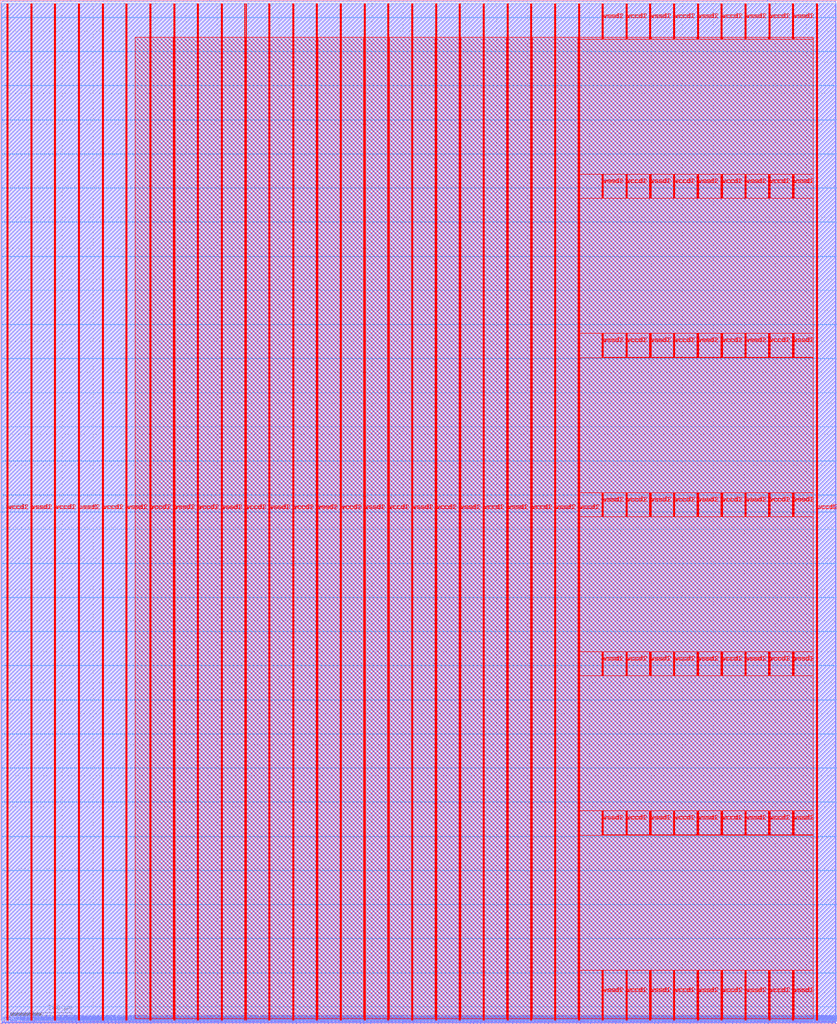
<source format=lef>
VERSION 5.7 ;
  NOWIREEXTENSIONATPIN ON ;
  DIVIDERCHAR "/" ;
  BUSBITCHARS "[]" ;
MACRO top_level_bASIC
  CLASS BLOCK ;
  FOREIGN top_level_bASIC ;
  ORIGIN 0.000 0.000 ;
  SIZE 2700.000 BY 3300.000 ;
  PIN MISO_bi
    DIRECTION INOUT ;
    USE SIGNAL ;
    PORT
      LAYER met2 ;
        RECT 1575.130 3296.000 1575.410 3300.000 ;
    END
  END MISO_bi
  PIN MISO_output_en_low
    DIRECTION OUTPUT TRISTATE ;
    USE SIGNAL ;
    PORT
      LAYER met2 ;
        RECT 1124.790 3296.000 1125.070 3300.000 ;
    END
  END MISO_output_en_low
  PIN MOSI_bi
    DIRECTION INOUT ;
    USE SIGNAL ;
    PORT
      LAYER met2 ;
        RECT 2474.890 3296.000 2475.170 3300.000 ;
    END
  END MOSI_bi
  PIN MOSI_output_en_low
    DIRECTION OUTPUT TRISTATE ;
    USE SIGNAL ;
    PORT
      LAYER met2 ;
        RECT 2025.010 3296.000 2025.290 3300.000 ;
    END
  END MOSI_output_en_low
  PIN SCK_bi
    DIRECTION INOUT ;
    USE SIGNAL ;
    PORT
      LAYER met3 ;
        RECT 2696.000 3134.160 2700.000 3134.760 ;
    END
  END SCK_bi
  PIN SCK_output_en_low
    DIRECTION OUTPUT TRISTATE ;
    USE SIGNAL ;
    PORT
      LAYER met3 ;
        RECT 2696.000 3244.320 2700.000 3244.920 ;
    END
  END SCK_output_en_low
  PIN SCL_bi
    DIRECTION INOUT ;
    USE SIGNAL ;
    PORT
      LAYER met3 ;
        RECT 2696.000 2694.200 2700.000 2694.800 ;
    END
  END SCL_bi
  PIN SCL_output_en_low
    DIRECTION OUTPUT TRISTATE ;
    USE SIGNAL ;
    PORT
      LAYER met3 ;
        RECT 2696.000 2804.360 2700.000 2804.960 ;
    END
  END SCL_output_en_low
  PIN SDA_bi
    DIRECTION INOUT ;
    USE SIGNAL ;
    PORT
      LAYER met3 ;
        RECT 2696.000 2473.880 2700.000 2474.480 ;
    END
  END SDA_bi
  PIN SDA_output_en_low
    DIRECTION OUTPUT TRISTATE ;
    USE SIGNAL ;
    PORT
      LAYER met3 ;
        RECT 2696.000 2584.040 2700.000 2584.640 ;
    END
  END SDA_output_en_low
  PIN SS_bi
    DIRECTION INOUT ;
    USE SIGNAL ;
    PORT
      LAYER met3 ;
        RECT 2696.000 2913.840 2700.000 2914.440 ;
    END
  END SS_bi
  PIN SS_output_en_low
    DIRECTION OUTPUT TRISTATE ;
    USE SIGNAL ;
    PORT
      LAYER met3 ;
        RECT 2696.000 3024.000 2700.000 3024.600 ;
    END
  END SS_output_en_low
  PIN asyncrst_n
    DIRECTION INPUT ;
    USE SIGNAL ;
    PORT
      LAYER met3 ;
        RECT 2696.000 274.080 2700.000 274.680 ;
    END
  END asyncrst_n
  PIN clk_sel
    DIRECTION INPUT ;
    USE SIGNAL ;
    PORT
      LAYER met3 ;
        RECT 2696.000 54.440 2700.000 55.040 ;
    END
  END clk_sel
  PIN gpio_bidir_io[0]
    DIRECTION INOUT ;
    USE SIGNAL ;
    PORT
      LAYER met3 ;
        RECT 2696.000 384.240 2700.000 384.840 ;
    END
  END gpio_bidir_io[0]
  PIN gpio_bidir_io[1]
    DIRECTION INOUT ;
    USE SIGNAL ;
    PORT
      LAYER met3 ;
        RECT 2696.000 603.880 2700.000 604.480 ;
    END
  END gpio_bidir_io[1]
  PIN gpio_bidir_io[2]
    DIRECTION INOUT ;
    USE SIGNAL ;
    PORT
      LAYER met3 ;
        RECT 2696.000 824.200 2700.000 824.800 ;
    END
  END gpio_bidir_io[2]
  PIN gpio_bidir_io[3]
    DIRECTION INOUT ;
    USE SIGNAL ;
    PORT
      LAYER met3 ;
        RECT 2696.000 1043.840 2700.000 1044.440 ;
    END
  END gpio_bidir_io[3]
  PIN gpio_bidir_io[4]
    DIRECTION INOUT ;
    USE SIGNAL ;
    PORT
      LAYER met3 ;
        RECT 2696.000 1264.160 2700.000 1264.760 ;
    END
  END gpio_bidir_io[4]
  PIN gpio_bidir_io[5]
    DIRECTION INOUT ;
    USE SIGNAL ;
    PORT
      LAYER met3 ;
        RECT 2696.000 1483.800 2700.000 1484.400 ;
    END
  END gpio_bidir_io[5]
  PIN gpio_bidir_io[6]
    DIRECTION INOUT ;
    USE SIGNAL ;
    PORT
      LAYER met3 ;
        RECT 2696.000 1704.120 2700.000 1704.720 ;
    END
  END gpio_bidir_io[6]
  PIN gpio_bidir_io[7]
    DIRECTION INOUT ;
    USE SIGNAL ;
    PORT
      LAYER met3 ;
        RECT 2696.000 1924.440 2700.000 1925.040 ;
    END
  END gpio_bidir_io[7]
  PIN gpio_output_en_low[0]
    DIRECTION OUTPUT TRISTATE ;
    USE SIGNAL ;
    PORT
      LAYER met3 ;
        RECT 2696.000 494.400 2700.000 495.000 ;
    END
  END gpio_output_en_low[0]
  PIN gpio_output_en_low[1]
    DIRECTION OUTPUT TRISTATE ;
    USE SIGNAL ;
    PORT
      LAYER met3 ;
        RECT 2696.000 714.040 2700.000 714.640 ;
    END
  END gpio_output_en_low[1]
  PIN gpio_output_en_low[2]
    DIRECTION OUTPUT TRISTATE ;
    USE SIGNAL ;
    PORT
      LAYER met3 ;
        RECT 2696.000 934.360 2700.000 934.960 ;
    END
  END gpio_output_en_low[2]
  PIN gpio_output_en_low[3]
    DIRECTION OUTPUT TRISTATE ;
    USE SIGNAL ;
    PORT
      LAYER met3 ;
        RECT 2696.000 1154.000 2700.000 1154.600 ;
    END
  END gpio_output_en_low[3]
  PIN gpio_output_en_low[4]
    DIRECTION OUTPUT TRISTATE ;
    USE SIGNAL ;
    PORT
      LAYER met3 ;
        RECT 2696.000 1374.320 2700.000 1374.920 ;
    END
  END gpio_output_en_low[4]
  PIN gpio_output_en_low[5]
    DIRECTION OUTPUT TRISTATE ;
    USE SIGNAL ;
    PORT
      LAYER met3 ;
        RECT 2696.000 1593.960 2700.000 1594.560 ;
    END
  END gpio_output_en_low[5]
  PIN gpio_output_en_low[6]
    DIRECTION OUTPUT TRISTATE ;
    USE SIGNAL ;
    PORT
      LAYER met3 ;
        RECT 2696.000 1814.280 2700.000 1814.880 ;
    END
  END gpio_output_en_low[6]
  PIN gpio_output_en_low[7]
    DIRECTION OUTPUT TRISTATE ;
    USE SIGNAL ;
    PORT
      LAYER met3 ;
        RECT 2696.000 2033.920 2700.000 2034.520 ;
    END
  END gpio_output_en_low[7]
  PIN irq[0]
    DIRECTION OUTPUT TRISTATE ;
    USE SIGNAL ;
    PORT
      LAYER met2 ;
        RECT 225.030 3296.000 225.310 3300.000 ;
    END
  END irq[0]
  PIN irq[1]
    DIRECTION OUTPUT TRISTATE ;
    USE SIGNAL ;
    PORT
      LAYER met2 ;
        RECT 2694.310 0.000 2694.590 4.000 ;
    END
  END irq[1]
  PIN irq[2]
    DIRECTION OUTPUT TRISTATE ;
    USE SIGNAL ;
    PORT
      LAYER met3 ;
        RECT 0.000 1649.720 4.000 1650.320 ;
    END
  END irq[2]
  PIN la_data_out[0]
    DIRECTION OUTPUT TRISTATE ;
    USE SIGNAL ;
    PORT
      LAYER met2 ;
        RECT 1218.170 0.000 1218.450 4.000 ;
    END
  END la_data_out[0]
  PIN la_data_out[100]
    DIRECTION OUTPUT TRISTATE ;
    USE SIGNAL ;
    PORT
      LAYER met2 ;
        RECT 2362.190 0.000 2362.470 4.000 ;
    END
  END la_data_out[100]
  PIN la_data_out[101]
    DIRECTION OUTPUT TRISTATE ;
    USE SIGNAL ;
    PORT
      LAYER met2 ;
        RECT 2373.690 0.000 2373.970 4.000 ;
    END
  END la_data_out[101]
  PIN la_data_out[102]
    DIRECTION OUTPUT TRISTATE ;
    USE SIGNAL ;
    PORT
      LAYER met2 ;
        RECT 2385.190 0.000 2385.470 4.000 ;
    END
  END la_data_out[102]
  PIN la_data_out[103]
    DIRECTION OUTPUT TRISTATE ;
    USE SIGNAL ;
    PORT
      LAYER met2 ;
        RECT 2396.690 0.000 2396.970 4.000 ;
    END
  END la_data_out[103]
  PIN la_data_out[104]
    DIRECTION OUTPUT TRISTATE ;
    USE SIGNAL ;
    PORT
      LAYER met2 ;
        RECT 2408.190 0.000 2408.470 4.000 ;
    END
  END la_data_out[104]
  PIN la_data_out[105]
    DIRECTION OUTPUT TRISTATE ;
    USE SIGNAL ;
    PORT
      LAYER met2 ;
        RECT 2419.690 0.000 2419.970 4.000 ;
    END
  END la_data_out[105]
  PIN la_data_out[106]
    DIRECTION OUTPUT TRISTATE ;
    USE SIGNAL ;
    PORT
      LAYER met2 ;
        RECT 2431.190 0.000 2431.470 4.000 ;
    END
  END la_data_out[106]
  PIN la_data_out[107]
    DIRECTION OUTPUT TRISTATE ;
    USE SIGNAL ;
    PORT
      LAYER met2 ;
        RECT 2442.230 0.000 2442.510 4.000 ;
    END
  END la_data_out[107]
  PIN la_data_out[108]
    DIRECTION OUTPUT TRISTATE ;
    USE SIGNAL ;
    PORT
      LAYER met2 ;
        RECT 2453.730 0.000 2454.010 4.000 ;
    END
  END la_data_out[108]
  PIN la_data_out[109]
    DIRECTION OUTPUT TRISTATE ;
    USE SIGNAL ;
    PORT
      LAYER met2 ;
        RECT 2465.230 0.000 2465.510 4.000 ;
    END
  END la_data_out[109]
  PIN la_data_out[10]
    DIRECTION OUTPUT TRISTATE ;
    USE SIGNAL ;
    PORT
      LAYER met2 ;
        RECT 1332.710 0.000 1332.990 4.000 ;
    END
  END la_data_out[10]
  PIN la_data_out[110]
    DIRECTION OUTPUT TRISTATE ;
    USE SIGNAL ;
    PORT
      LAYER met2 ;
        RECT 2476.730 0.000 2477.010 4.000 ;
    END
  END la_data_out[110]
  PIN la_data_out[111]
    DIRECTION OUTPUT TRISTATE ;
    USE SIGNAL ;
    PORT
      LAYER met2 ;
        RECT 2488.230 0.000 2488.510 4.000 ;
    END
  END la_data_out[111]
  PIN la_data_out[112]
    DIRECTION OUTPUT TRISTATE ;
    USE SIGNAL ;
    PORT
      LAYER met2 ;
        RECT 2499.730 0.000 2500.010 4.000 ;
    END
  END la_data_out[112]
  PIN la_data_out[113]
    DIRECTION OUTPUT TRISTATE ;
    USE SIGNAL ;
    PORT
      LAYER met2 ;
        RECT 2511.230 0.000 2511.510 4.000 ;
    END
  END la_data_out[113]
  PIN la_data_out[114]
    DIRECTION OUTPUT TRISTATE ;
    USE SIGNAL ;
    PORT
      LAYER met2 ;
        RECT 2522.730 0.000 2523.010 4.000 ;
    END
  END la_data_out[114]
  PIN la_data_out[115]
    DIRECTION OUTPUT TRISTATE ;
    USE SIGNAL ;
    PORT
      LAYER met2 ;
        RECT 2533.770 0.000 2534.050 4.000 ;
    END
  END la_data_out[115]
  PIN la_data_out[116]
    DIRECTION OUTPUT TRISTATE ;
    USE SIGNAL ;
    PORT
      LAYER met2 ;
        RECT 2545.270 0.000 2545.550 4.000 ;
    END
  END la_data_out[116]
  PIN la_data_out[117]
    DIRECTION OUTPUT TRISTATE ;
    USE SIGNAL ;
    PORT
      LAYER met2 ;
        RECT 2556.770 0.000 2557.050 4.000 ;
    END
  END la_data_out[117]
  PIN la_data_out[118]
    DIRECTION OUTPUT TRISTATE ;
    USE SIGNAL ;
    PORT
      LAYER met2 ;
        RECT 2568.270 0.000 2568.550 4.000 ;
    END
  END la_data_out[118]
  PIN la_data_out[119]
    DIRECTION OUTPUT TRISTATE ;
    USE SIGNAL ;
    PORT
      LAYER met2 ;
        RECT 2579.770 0.000 2580.050 4.000 ;
    END
  END la_data_out[119]
  PIN la_data_out[11]
    DIRECTION OUTPUT TRISTATE ;
    USE SIGNAL ;
    PORT
      LAYER met2 ;
        RECT 1344.210 0.000 1344.490 4.000 ;
    END
  END la_data_out[11]
  PIN la_data_out[120]
    DIRECTION OUTPUT TRISTATE ;
    USE SIGNAL ;
    PORT
      LAYER met2 ;
        RECT 2591.270 0.000 2591.550 4.000 ;
    END
  END la_data_out[120]
  PIN la_data_out[121]
    DIRECTION OUTPUT TRISTATE ;
    USE SIGNAL ;
    PORT
      LAYER met2 ;
        RECT 2602.770 0.000 2603.050 4.000 ;
    END
  END la_data_out[121]
  PIN la_data_out[122]
    DIRECTION OUTPUT TRISTATE ;
    USE SIGNAL ;
    PORT
      LAYER met2 ;
        RECT 2614.270 0.000 2614.550 4.000 ;
    END
  END la_data_out[122]
  PIN la_data_out[123]
    DIRECTION OUTPUT TRISTATE ;
    USE SIGNAL ;
    PORT
      LAYER met2 ;
        RECT 2625.310 0.000 2625.590 4.000 ;
    END
  END la_data_out[123]
  PIN la_data_out[124]
    DIRECTION OUTPUT TRISTATE ;
    USE SIGNAL ;
    PORT
      LAYER met2 ;
        RECT 2636.810 0.000 2637.090 4.000 ;
    END
  END la_data_out[124]
  PIN la_data_out[125]
    DIRECTION OUTPUT TRISTATE ;
    USE SIGNAL ;
    PORT
      LAYER met2 ;
        RECT 2648.310 0.000 2648.590 4.000 ;
    END
  END la_data_out[125]
  PIN la_data_out[126]
    DIRECTION OUTPUT TRISTATE ;
    USE SIGNAL ;
    PORT
      LAYER met2 ;
        RECT 2659.810 0.000 2660.090 4.000 ;
    END
  END la_data_out[126]
  PIN la_data_out[127]
    DIRECTION OUTPUT TRISTATE ;
    USE SIGNAL ;
    PORT
      LAYER met2 ;
        RECT 2671.310 0.000 2671.590 4.000 ;
    END
  END la_data_out[127]
  PIN la_data_out[12]
    DIRECTION OUTPUT TRISTATE ;
    USE SIGNAL ;
    PORT
      LAYER met2 ;
        RECT 1355.710 0.000 1355.990 4.000 ;
    END
  END la_data_out[12]
  PIN la_data_out[13]
    DIRECTION OUTPUT TRISTATE ;
    USE SIGNAL ;
    PORT
      LAYER met2 ;
        RECT 1366.750 0.000 1367.030 4.000 ;
    END
  END la_data_out[13]
  PIN la_data_out[14]
    DIRECTION OUTPUT TRISTATE ;
    USE SIGNAL ;
    PORT
      LAYER met2 ;
        RECT 1378.250 0.000 1378.530 4.000 ;
    END
  END la_data_out[14]
  PIN la_data_out[15]
    DIRECTION OUTPUT TRISTATE ;
    USE SIGNAL ;
    PORT
      LAYER met2 ;
        RECT 1389.750 0.000 1390.030 4.000 ;
    END
  END la_data_out[15]
  PIN la_data_out[16]
    DIRECTION OUTPUT TRISTATE ;
    USE SIGNAL ;
    PORT
      LAYER met2 ;
        RECT 1401.250 0.000 1401.530 4.000 ;
    END
  END la_data_out[16]
  PIN la_data_out[17]
    DIRECTION OUTPUT TRISTATE ;
    USE SIGNAL ;
    PORT
      LAYER met2 ;
        RECT 1412.750 0.000 1413.030 4.000 ;
    END
  END la_data_out[17]
  PIN la_data_out[18]
    DIRECTION OUTPUT TRISTATE ;
    USE SIGNAL ;
    PORT
      LAYER met2 ;
        RECT 1424.250 0.000 1424.530 4.000 ;
    END
  END la_data_out[18]
  PIN la_data_out[19]
    DIRECTION OUTPUT TRISTATE ;
    USE SIGNAL ;
    PORT
      LAYER met2 ;
        RECT 1435.750 0.000 1436.030 4.000 ;
    END
  END la_data_out[19]
  PIN la_data_out[1]
    DIRECTION OUTPUT TRISTATE ;
    USE SIGNAL ;
    PORT
      LAYER met2 ;
        RECT 1229.670 0.000 1229.950 4.000 ;
    END
  END la_data_out[1]
  PIN la_data_out[20]
    DIRECTION OUTPUT TRISTATE ;
    USE SIGNAL ;
    PORT
      LAYER met2 ;
        RECT 1446.790 0.000 1447.070 4.000 ;
    END
  END la_data_out[20]
  PIN la_data_out[21]
    DIRECTION OUTPUT TRISTATE ;
    USE SIGNAL ;
    PORT
      LAYER met2 ;
        RECT 1458.290 0.000 1458.570 4.000 ;
    END
  END la_data_out[21]
  PIN la_data_out[22]
    DIRECTION OUTPUT TRISTATE ;
    USE SIGNAL ;
    PORT
      LAYER met2 ;
        RECT 1469.790 0.000 1470.070 4.000 ;
    END
  END la_data_out[22]
  PIN la_data_out[23]
    DIRECTION OUTPUT TRISTATE ;
    USE SIGNAL ;
    PORT
      LAYER met2 ;
        RECT 1481.290 0.000 1481.570 4.000 ;
    END
  END la_data_out[23]
  PIN la_data_out[24]
    DIRECTION OUTPUT TRISTATE ;
    USE SIGNAL ;
    PORT
      LAYER met2 ;
        RECT 1492.790 0.000 1493.070 4.000 ;
    END
  END la_data_out[24]
  PIN la_data_out[25]
    DIRECTION OUTPUT TRISTATE ;
    USE SIGNAL ;
    PORT
      LAYER met2 ;
        RECT 1504.290 0.000 1504.570 4.000 ;
    END
  END la_data_out[25]
  PIN la_data_out[26]
    DIRECTION OUTPUT TRISTATE ;
    USE SIGNAL ;
    PORT
      LAYER met2 ;
        RECT 1515.790 0.000 1516.070 4.000 ;
    END
  END la_data_out[26]
  PIN la_data_out[27]
    DIRECTION OUTPUT TRISTATE ;
    USE SIGNAL ;
    PORT
      LAYER met2 ;
        RECT 1527.290 0.000 1527.570 4.000 ;
    END
  END la_data_out[27]
  PIN la_data_out[28]
    DIRECTION OUTPUT TRISTATE ;
    USE SIGNAL ;
    PORT
      LAYER met2 ;
        RECT 1538.330 0.000 1538.610 4.000 ;
    END
  END la_data_out[28]
  PIN la_data_out[29]
    DIRECTION OUTPUT TRISTATE ;
    USE SIGNAL ;
    PORT
      LAYER met2 ;
        RECT 1549.830 0.000 1550.110 4.000 ;
    END
  END la_data_out[29]
  PIN la_data_out[2]
    DIRECTION OUTPUT TRISTATE ;
    USE SIGNAL ;
    PORT
      LAYER met2 ;
        RECT 1241.170 0.000 1241.450 4.000 ;
    END
  END la_data_out[2]
  PIN la_data_out[30]
    DIRECTION OUTPUT TRISTATE ;
    USE SIGNAL ;
    PORT
      LAYER met2 ;
        RECT 1561.330 0.000 1561.610 4.000 ;
    END
  END la_data_out[30]
  PIN la_data_out[31]
    DIRECTION OUTPUT TRISTATE ;
    USE SIGNAL ;
    PORT
      LAYER met2 ;
        RECT 1572.830 0.000 1573.110 4.000 ;
    END
  END la_data_out[31]
  PIN la_data_out[32]
    DIRECTION OUTPUT TRISTATE ;
    USE SIGNAL ;
    PORT
      LAYER met2 ;
        RECT 1584.330 0.000 1584.610 4.000 ;
    END
  END la_data_out[32]
  PIN la_data_out[33]
    DIRECTION OUTPUT TRISTATE ;
    USE SIGNAL ;
    PORT
      LAYER met2 ;
        RECT 1595.830 0.000 1596.110 4.000 ;
    END
  END la_data_out[33]
  PIN la_data_out[34]
    DIRECTION OUTPUT TRISTATE ;
    USE SIGNAL ;
    PORT
      LAYER met2 ;
        RECT 1607.330 0.000 1607.610 4.000 ;
    END
  END la_data_out[34]
  PIN la_data_out[35]
    DIRECTION OUTPUT TRISTATE ;
    USE SIGNAL ;
    PORT
      LAYER met2 ;
        RECT 1618.830 0.000 1619.110 4.000 ;
    END
  END la_data_out[35]
  PIN la_data_out[36]
    DIRECTION OUTPUT TRISTATE ;
    USE SIGNAL ;
    PORT
      LAYER met2 ;
        RECT 1629.870 0.000 1630.150 4.000 ;
    END
  END la_data_out[36]
  PIN la_data_out[37]
    DIRECTION OUTPUT TRISTATE ;
    USE SIGNAL ;
    PORT
      LAYER met2 ;
        RECT 1641.370 0.000 1641.650 4.000 ;
    END
  END la_data_out[37]
  PIN la_data_out[38]
    DIRECTION OUTPUT TRISTATE ;
    USE SIGNAL ;
    PORT
      LAYER met2 ;
        RECT 1652.870 0.000 1653.150 4.000 ;
    END
  END la_data_out[38]
  PIN la_data_out[39]
    DIRECTION OUTPUT TRISTATE ;
    USE SIGNAL ;
    PORT
      LAYER met2 ;
        RECT 1664.370 0.000 1664.650 4.000 ;
    END
  END la_data_out[39]
  PIN la_data_out[3]
    DIRECTION OUTPUT TRISTATE ;
    USE SIGNAL ;
    PORT
      LAYER met2 ;
        RECT 1252.670 0.000 1252.950 4.000 ;
    END
  END la_data_out[3]
  PIN la_data_out[40]
    DIRECTION OUTPUT TRISTATE ;
    USE SIGNAL ;
    PORT
      LAYER met2 ;
        RECT 1675.870 0.000 1676.150 4.000 ;
    END
  END la_data_out[40]
  PIN la_data_out[41]
    DIRECTION OUTPUT TRISTATE ;
    USE SIGNAL ;
    PORT
      LAYER met2 ;
        RECT 1687.370 0.000 1687.650 4.000 ;
    END
  END la_data_out[41]
  PIN la_data_out[42]
    DIRECTION OUTPUT TRISTATE ;
    USE SIGNAL ;
    PORT
      LAYER met2 ;
        RECT 1698.870 0.000 1699.150 4.000 ;
    END
  END la_data_out[42]
  PIN la_data_out[43]
    DIRECTION OUTPUT TRISTATE ;
    USE SIGNAL ;
    PORT
      LAYER met2 ;
        RECT 1710.370 0.000 1710.650 4.000 ;
    END
  END la_data_out[43]
  PIN la_data_out[44]
    DIRECTION OUTPUT TRISTATE ;
    USE SIGNAL ;
    PORT
      LAYER met2 ;
        RECT 1721.410 0.000 1721.690 4.000 ;
    END
  END la_data_out[44]
  PIN la_data_out[45]
    DIRECTION OUTPUT TRISTATE ;
    USE SIGNAL ;
    PORT
      LAYER met2 ;
        RECT 1732.910 0.000 1733.190 4.000 ;
    END
  END la_data_out[45]
  PIN la_data_out[46]
    DIRECTION OUTPUT TRISTATE ;
    USE SIGNAL ;
    PORT
      LAYER met2 ;
        RECT 1744.410 0.000 1744.690 4.000 ;
    END
  END la_data_out[46]
  PIN la_data_out[47]
    DIRECTION OUTPUT TRISTATE ;
    USE SIGNAL ;
    PORT
      LAYER met2 ;
        RECT 1755.910 0.000 1756.190 4.000 ;
    END
  END la_data_out[47]
  PIN la_data_out[48]
    DIRECTION OUTPUT TRISTATE ;
    USE SIGNAL ;
    PORT
      LAYER met2 ;
        RECT 1767.410 0.000 1767.690 4.000 ;
    END
  END la_data_out[48]
  PIN la_data_out[49]
    DIRECTION OUTPUT TRISTATE ;
    USE SIGNAL ;
    PORT
      LAYER met2 ;
        RECT 1778.910 0.000 1779.190 4.000 ;
    END
  END la_data_out[49]
  PIN la_data_out[4]
    DIRECTION OUTPUT TRISTATE ;
    USE SIGNAL ;
    PORT
      LAYER met2 ;
        RECT 1264.170 0.000 1264.450 4.000 ;
    END
  END la_data_out[4]
  PIN la_data_out[50]
    DIRECTION OUTPUT TRISTATE ;
    USE SIGNAL ;
    PORT
      LAYER met2 ;
        RECT 1790.410 0.000 1790.690 4.000 ;
    END
  END la_data_out[50]
  PIN la_data_out[51]
    DIRECTION OUTPUT TRISTATE ;
    USE SIGNAL ;
    PORT
      LAYER met2 ;
        RECT 1801.910 0.000 1802.190 4.000 ;
    END
  END la_data_out[51]
  PIN la_data_out[52]
    DIRECTION OUTPUT TRISTATE ;
    USE SIGNAL ;
    PORT
      LAYER met2 ;
        RECT 1812.950 0.000 1813.230 4.000 ;
    END
  END la_data_out[52]
  PIN la_data_out[53]
    DIRECTION OUTPUT TRISTATE ;
    USE SIGNAL ;
    PORT
      LAYER met2 ;
        RECT 1824.450 0.000 1824.730 4.000 ;
    END
  END la_data_out[53]
  PIN la_data_out[54]
    DIRECTION OUTPUT TRISTATE ;
    USE SIGNAL ;
    PORT
      LAYER met2 ;
        RECT 1835.950 0.000 1836.230 4.000 ;
    END
  END la_data_out[54]
  PIN la_data_out[55]
    DIRECTION OUTPUT TRISTATE ;
    USE SIGNAL ;
    PORT
      LAYER met2 ;
        RECT 1847.450 0.000 1847.730 4.000 ;
    END
  END la_data_out[55]
  PIN la_data_out[56]
    DIRECTION OUTPUT TRISTATE ;
    USE SIGNAL ;
    PORT
      LAYER met2 ;
        RECT 1858.950 0.000 1859.230 4.000 ;
    END
  END la_data_out[56]
  PIN la_data_out[57]
    DIRECTION OUTPUT TRISTATE ;
    USE SIGNAL ;
    PORT
      LAYER met2 ;
        RECT 1870.450 0.000 1870.730 4.000 ;
    END
  END la_data_out[57]
  PIN la_data_out[58]
    DIRECTION OUTPUT TRISTATE ;
    USE SIGNAL ;
    PORT
      LAYER met2 ;
        RECT 1881.950 0.000 1882.230 4.000 ;
    END
  END la_data_out[58]
  PIN la_data_out[59]
    DIRECTION OUTPUT TRISTATE ;
    USE SIGNAL ;
    PORT
      LAYER met2 ;
        RECT 1893.450 0.000 1893.730 4.000 ;
    END
  END la_data_out[59]
  PIN la_data_out[5]
    DIRECTION OUTPUT TRISTATE ;
    USE SIGNAL ;
    PORT
      LAYER met2 ;
        RECT 1275.210 0.000 1275.490 4.000 ;
    END
  END la_data_out[5]
  PIN la_data_out[60]
    DIRECTION OUTPUT TRISTATE ;
    USE SIGNAL ;
    PORT
      LAYER met2 ;
        RECT 1904.490 0.000 1904.770 4.000 ;
    END
  END la_data_out[60]
  PIN la_data_out[61]
    DIRECTION OUTPUT TRISTATE ;
    USE SIGNAL ;
    PORT
      LAYER met2 ;
        RECT 1915.990 0.000 1916.270 4.000 ;
    END
  END la_data_out[61]
  PIN la_data_out[62]
    DIRECTION OUTPUT TRISTATE ;
    USE SIGNAL ;
    PORT
      LAYER met2 ;
        RECT 1927.490 0.000 1927.770 4.000 ;
    END
  END la_data_out[62]
  PIN la_data_out[63]
    DIRECTION OUTPUT TRISTATE ;
    USE SIGNAL ;
    PORT
      LAYER met2 ;
        RECT 1938.990 0.000 1939.270 4.000 ;
    END
  END la_data_out[63]
  PIN la_data_out[64]
    DIRECTION OUTPUT TRISTATE ;
    USE SIGNAL ;
    PORT
      LAYER met2 ;
        RECT 1950.490 0.000 1950.770 4.000 ;
    END
  END la_data_out[64]
  PIN la_data_out[65]
    DIRECTION OUTPUT TRISTATE ;
    USE SIGNAL ;
    PORT
      LAYER met2 ;
        RECT 1961.990 0.000 1962.270 4.000 ;
    END
  END la_data_out[65]
  PIN la_data_out[66]
    DIRECTION OUTPUT TRISTATE ;
    USE SIGNAL ;
    PORT
      LAYER met2 ;
        RECT 1973.490 0.000 1973.770 4.000 ;
    END
  END la_data_out[66]
  PIN la_data_out[67]
    DIRECTION OUTPUT TRISTATE ;
    USE SIGNAL ;
    PORT
      LAYER met2 ;
        RECT 1984.990 0.000 1985.270 4.000 ;
    END
  END la_data_out[67]
  PIN la_data_out[68]
    DIRECTION OUTPUT TRISTATE ;
    USE SIGNAL ;
    PORT
      LAYER met2 ;
        RECT 1996.030 0.000 1996.310 4.000 ;
    END
  END la_data_out[68]
  PIN la_data_out[69]
    DIRECTION OUTPUT TRISTATE ;
    USE SIGNAL ;
    PORT
      LAYER met2 ;
        RECT 2007.530 0.000 2007.810 4.000 ;
    END
  END la_data_out[69]
  PIN la_data_out[6]
    DIRECTION OUTPUT TRISTATE ;
    USE SIGNAL ;
    PORT
      LAYER met2 ;
        RECT 1286.710 0.000 1286.990 4.000 ;
    END
  END la_data_out[6]
  PIN la_data_out[70]
    DIRECTION OUTPUT TRISTATE ;
    USE SIGNAL ;
    PORT
      LAYER met2 ;
        RECT 2019.030 0.000 2019.310 4.000 ;
    END
  END la_data_out[70]
  PIN la_data_out[71]
    DIRECTION OUTPUT TRISTATE ;
    USE SIGNAL ;
    PORT
      LAYER met2 ;
        RECT 2030.530 0.000 2030.810 4.000 ;
    END
  END la_data_out[71]
  PIN la_data_out[72]
    DIRECTION OUTPUT TRISTATE ;
    USE SIGNAL ;
    PORT
      LAYER met2 ;
        RECT 2042.030 0.000 2042.310 4.000 ;
    END
  END la_data_out[72]
  PIN la_data_out[73]
    DIRECTION OUTPUT TRISTATE ;
    USE SIGNAL ;
    PORT
      LAYER met2 ;
        RECT 2053.530 0.000 2053.810 4.000 ;
    END
  END la_data_out[73]
  PIN la_data_out[74]
    DIRECTION OUTPUT TRISTATE ;
    USE SIGNAL ;
    PORT
      LAYER met2 ;
        RECT 2065.030 0.000 2065.310 4.000 ;
    END
  END la_data_out[74]
  PIN la_data_out[75]
    DIRECTION OUTPUT TRISTATE ;
    USE SIGNAL ;
    PORT
      LAYER met2 ;
        RECT 2076.070 0.000 2076.350 4.000 ;
    END
  END la_data_out[75]
  PIN la_data_out[76]
    DIRECTION OUTPUT TRISTATE ;
    USE SIGNAL ;
    PORT
      LAYER met2 ;
        RECT 2087.570 0.000 2087.850 4.000 ;
    END
  END la_data_out[76]
  PIN la_data_out[77]
    DIRECTION OUTPUT TRISTATE ;
    USE SIGNAL ;
    PORT
      LAYER met2 ;
        RECT 2099.070 0.000 2099.350 4.000 ;
    END
  END la_data_out[77]
  PIN la_data_out[78]
    DIRECTION OUTPUT TRISTATE ;
    USE SIGNAL ;
    PORT
      LAYER met2 ;
        RECT 2110.570 0.000 2110.850 4.000 ;
    END
  END la_data_out[78]
  PIN la_data_out[79]
    DIRECTION OUTPUT TRISTATE ;
    USE SIGNAL ;
    PORT
      LAYER met2 ;
        RECT 2122.070 0.000 2122.350 4.000 ;
    END
  END la_data_out[79]
  PIN la_data_out[7]
    DIRECTION OUTPUT TRISTATE ;
    USE SIGNAL ;
    PORT
      LAYER met2 ;
        RECT 1298.210 0.000 1298.490 4.000 ;
    END
  END la_data_out[7]
  PIN la_data_out[80]
    DIRECTION OUTPUT TRISTATE ;
    USE SIGNAL ;
    PORT
      LAYER met2 ;
        RECT 2133.570 0.000 2133.850 4.000 ;
    END
  END la_data_out[80]
  PIN la_data_out[81]
    DIRECTION OUTPUT TRISTATE ;
    USE SIGNAL ;
    PORT
      LAYER met2 ;
        RECT 2145.070 0.000 2145.350 4.000 ;
    END
  END la_data_out[81]
  PIN la_data_out[82]
    DIRECTION OUTPUT TRISTATE ;
    USE SIGNAL ;
    PORT
      LAYER met2 ;
        RECT 2156.570 0.000 2156.850 4.000 ;
    END
  END la_data_out[82]
  PIN la_data_out[83]
    DIRECTION OUTPUT TRISTATE ;
    USE SIGNAL ;
    PORT
      LAYER met2 ;
        RECT 2167.610 0.000 2167.890 4.000 ;
    END
  END la_data_out[83]
  PIN la_data_out[84]
    DIRECTION OUTPUT TRISTATE ;
    USE SIGNAL ;
    PORT
      LAYER met2 ;
        RECT 2179.110 0.000 2179.390 4.000 ;
    END
  END la_data_out[84]
  PIN la_data_out[85]
    DIRECTION OUTPUT TRISTATE ;
    USE SIGNAL ;
    PORT
      LAYER met2 ;
        RECT 2190.610 0.000 2190.890 4.000 ;
    END
  END la_data_out[85]
  PIN la_data_out[86]
    DIRECTION OUTPUT TRISTATE ;
    USE SIGNAL ;
    PORT
      LAYER met2 ;
        RECT 2202.110 0.000 2202.390 4.000 ;
    END
  END la_data_out[86]
  PIN la_data_out[87]
    DIRECTION OUTPUT TRISTATE ;
    USE SIGNAL ;
    PORT
      LAYER met2 ;
        RECT 2213.610 0.000 2213.890 4.000 ;
    END
  END la_data_out[87]
  PIN la_data_out[88]
    DIRECTION OUTPUT TRISTATE ;
    USE SIGNAL ;
    PORT
      LAYER met2 ;
        RECT 2225.110 0.000 2225.390 4.000 ;
    END
  END la_data_out[88]
  PIN la_data_out[89]
    DIRECTION OUTPUT TRISTATE ;
    USE SIGNAL ;
    PORT
      LAYER met2 ;
        RECT 2236.610 0.000 2236.890 4.000 ;
    END
  END la_data_out[89]
  PIN la_data_out[8]
    DIRECTION OUTPUT TRISTATE ;
    USE SIGNAL ;
    PORT
      LAYER met2 ;
        RECT 1309.710 0.000 1309.990 4.000 ;
    END
  END la_data_out[8]
  PIN la_data_out[90]
    DIRECTION OUTPUT TRISTATE ;
    USE SIGNAL ;
    PORT
      LAYER met2 ;
        RECT 2248.110 0.000 2248.390 4.000 ;
    END
  END la_data_out[90]
  PIN la_data_out[91]
    DIRECTION OUTPUT TRISTATE ;
    USE SIGNAL ;
    PORT
      LAYER met2 ;
        RECT 2259.150 0.000 2259.430 4.000 ;
    END
  END la_data_out[91]
  PIN la_data_out[92]
    DIRECTION OUTPUT TRISTATE ;
    USE SIGNAL ;
    PORT
      LAYER met2 ;
        RECT 2270.650 0.000 2270.930 4.000 ;
    END
  END la_data_out[92]
  PIN la_data_out[93]
    DIRECTION OUTPUT TRISTATE ;
    USE SIGNAL ;
    PORT
      LAYER met2 ;
        RECT 2282.150 0.000 2282.430 4.000 ;
    END
  END la_data_out[93]
  PIN la_data_out[94]
    DIRECTION OUTPUT TRISTATE ;
    USE SIGNAL ;
    PORT
      LAYER met2 ;
        RECT 2293.650 0.000 2293.930 4.000 ;
    END
  END la_data_out[94]
  PIN la_data_out[95]
    DIRECTION OUTPUT TRISTATE ;
    USE SIGNAL ;
    PORT
      LAYER met2 ;
        RECT 2305.150 0.000 2305.430 4.000 ;
    END
  END la_data_out[95]
  PIN la_data_out[96]
    DIRECTION OUTPUT TRISTATE ;
    USE SIGNAL ;
    PORT
      LAYER met2 ;
        RECT 2316.650 0.000 2316.930 4.000 ;
    END
  END la_data_out[96]
  PIN la_data_out[97]
    DIRECTION OUTPUT TRISTATE ;
    USE SIGNAL ;
    PORT
      LAYER met2 ;
        RECT 2328.150 0.000 2328.430 4.000 ;
    END
  END la_data_out[97]
  PIN la_data_out[98]
    DIRECTION OUTPUT TRISTATE ;
    USE SIGNAL ;
    PORT
      LAYER met2 ;
        RECT 2339.650 0.000 2339.930 4.000 ;
    END
  END la_data_out[98]
  PIN la_data_out[99]
    DIRECTION OUTPUT TRISTATE ;
    USE SIGNAL ;
    PORT
      LAYER met2 ;
        RECT 2350.690 0.000 2350.970 4.000 ;
    END
  END la_data_out[99]
  PIN la_data_out[9]
    DIRECTION OUTPUT TRISTATE ;
    USE SIGNAL ;
    PORT
      LAYER met2 ;
        RECT 1321.210 0.000 1321.490 4.000 ;
    END
  END la_data_out[9]
  PIN pwm_w_data_0
    DIRECTION OUTPUT TRISTATE ;
    USE SIGNAL ;
    PORT
      LAYER met3 ;
        RECT 2696.000 2144.080 2700.000 2144.680 ;
    END
  END pwm_w_data_0
  PIN timer_bidir_0
    DIRECTION INOUT ;
    USE SIGNAL ;
    PORT
      LAYER met3 ;
        RECT 2696.000 2254.240 2700.000 2254.840 ;
    END
  END timer_bidir_0
  PIN timer_output_en_low
    DIRECTION OUTPUT TRISTATE ;
    USE SIGNAL ;
    PORT
      LAYER met3 ;
        RECT 2696.000 2364.400 2700.000 2365.000 ;
    END
  END timer_output_en_low
  PIN uart_debug_rx
    DIRECTION INPUT ;
    USE SIGNAL ;
    PORT
      LAYER met2 ;
        RECT 674.910 3296.000 675.190 3300.000 ;
    END
  END uart_debug_rx
  PIN uart_debug_tx
    DIRECTION OUTPUT TRISTATE ;
    USE SIGNAL ;
    PORT
      LAYER met3 ;
        RECT 2696.000 163.920 2700.000 164.520 ;
    END
  END uart_debug_tx
  PIN user_clock2
    DIRECTION INPUT ;
    USE SIGNAL ;
    PORT
      LAYER met2 ;
        RECT 2682.810 0.000 2683.090 4.000 ;
    END
  END user_clock2
  PIN wb_clk_i
    DIRECTION INPUT ;
    USE SIGNAL ;
    PORT
      LAYER met2 ;
        RECT 5.610 0.000 5.890 4.000 ;
    END
  END wb_clk_i
  PIN wb_rst_i
    DIRECTION INPUT ;
    USE SIGNAL ;
    PORT
      LAYER met2 ;
        RECT 16.650 0.000 16.930 4.000 ;
    END
  END wb_rst_i
  PIN wbs_ack_o
    DIRECTION OUTPUT TRISTATE ;
    USE SIGNAL ;
    PORT
      LAYER met2 ;
        RECT 28.150 0.000 28.430 4.000 ;
    END
  END wbs_ack_o
  PIN wbs_adr_i[0]
    DIRECTION INPUT ;
    USE SIGNAL ;
    PORT
      LAYER met2 ;
        RECT 74.150 0.000 74.430 4.000 ;
    END
  END wbs_adr_i[0]
  PIN wbs_adr_i[10]
    DIRECTION INPUT ;
    USE SIGNAL ;
    PORT
      LAYER met2 ;
        RECT 462.850 0.000 463.130 4.000 ;
    END
  END wbs_adr_i[10]
  PIN wbs_adr_i[11]
    DIRECTION INPUT ;
    USE SIGNAL ;
    PORT
      LAYER met2 ;
        RECT 497.350 0.000 497.630 4.000 ;
    END
  END wbs_adr_i[11]
  PIN wbs_adr_i[12]
    DIRECTION INPUT ;
    USE SIGNAL ;
    PORT
      LAYER met2 ;
        RECT 531.850 0.000 532.130 4.000 ;
    END
  END wbs_adr_i[12]
  PIN wbs_adr_i[13]
    DIRECTION INPUT ;
    USE SIGNAL ;
    PORT
      LAYER met2 ;
        RECT 565.890 0.000 566.170 4.000 ;
    END
  END wbs_adr_i[13]
  PIN wbs_adr_i[14]
    DIRECTION INPUT ;
    USE SIGNAL ;
    PORT
      LAYER met2 ;
        RECT 600.390 0.000 600.670 4.000 ;
    END
  END wbs_adr_i[14]
  PIN wbs_adr_i[15]
    DIRECTION INPUT ;
    USE SIGNAL ;
    PORT
      LAYER met2 ;
        RECT 634.890 0.000 635.170 4.000 ;
    END
  END wbs_adr_i[15]
  PIN wbs_adr_i[16]
    DIRECTION INPUT ;
    USE SIGNAL ;
    PORT
      LAYER met2 ;
        RECT 668.930 0.000 669.210 4.000 ;
    END
  END wbs_adr_i[16]
  PIN wbs_adr_i[17]
    DIRECTION INPUT ;
    USE SIGNAL ;
    PORT
      LAYER met2 ;
        RECT 703.430 0.000 703.710 4.000 ;
    END
  END wbs_adr_i[17]
  PIN wbs_adr_i[18]
    DIRECTION INPUT ;
    USE SIGNAL ;
    PORT
      LAYER met2 ;
        RECT 737.470 0.000 737.750 4.000 ;
    END
  END wbs_adr_i[18]
  PIN wbs_adr_i[19]
    DIRECTION INPUT ;
    USE SIGNAL ;
    PORT
      LAYER met2 ;
        RECT 771.970 0.000 772.250 4.000 ;
    END
  END wbs_adr_i[19]
  PIN wbs_adr_i[1]
    DIRECTION INPUT ;
    USE SIGNAL ;
    PORT
      LAYER met2 ;
        RECT 119.690 0.000 119.970 4.000 ;
    END
  END wbs_adr_i[1]
  PIN wbs_adr_i[20]
    DIRECTION INPUT ;
    USE SIGNAL ;
    PORT
      LAYER met2 ;
        RECT 806.470 0.000 806.750 4.000 ;
    END
  END wbs_adr_i[20]
  PIN wbs_adr_i[21]
    DIRECTION INPUT ;
    USE SIGNAL ;
    PORT
      LAYER met2 ;
        RECT 840.510 0.000 840.790 4.000 ;
    END
  END wbs_adr_i[21]
  PIN wbs_adr_i[22]
    DIRECTION INPUT ;
    USE SIGNAL ;
    PORT
      LAYER met2 ;
        RECT 875.010 0.000 875.290 4.000 ;
    END
  END wbs_adr_i[22]
  PIN wbs_adr_i[23]
    DIRECTION INPUT ;
    USE SIGNAL ;
    PORT
      LAYER met2 ;
        RECT 909.050 0.000 909.330 4.000 ;
    END
  END wbs_adr_i[23]
  PIN wbs_adr_i[24]
    DIRECTION INPUT ;
    USE SIGNAL ;
    PORT
      LAYER met2 ;
        RECT 943.550 0.000 943.830 4.000 ;
    END
  END wbs_adr_i[24]
  PIN wbs_adr_i[25]
    DIRECTION INPUT ;
    USE SIGNAL ;
    PORT
      LAYER met2 ;
        RECT 978.050 0.000 978.330 4.000 ;
    END
  END wbs_adr_i[25]
  PIN wbs_adr_i[26]
    DIRECTION INPUT ;
    USE SIGNAL ;
    PORT
      LAYER met2 ;
        RECT 1012.090 0.000 1012.370 4.000 ;
    END
  END wbs_adr_i[26]
  PIN wbs_adr_i[27]
    DIRECTION INPUT ;
    USE SIGNAL ;
    PORT
      LAYER met2 ;
        RECT 1046.590 0.000 1046.870 4.000 ;
    END
  END wbs_adr_i[27]
  PIN wbs_adr_i[28]
    DIRECTION INPUT ;
    USE SIGNAL ;
    PORT
      LAYER met2 ;
        RECT 1081.090 0.000 1081.370 4.000 ;
    END
  END wbs_adr_i[28]
  PIN wbs_adr_i[29]
    DIRECTION INPUT ;
    USE SIGNAL ;
    PORT
      LAYER met2 ;
        RECT 1115.130 0.000 1115.410 4.000 ;
    END
  END wbs_adr_i[29]
  PIN wbs_adr_i[2]
    DIRECTION INPUT ;
    USE SIGNAL ;
    PORT
      LAYER met2 ;
        RECT 165.690 0.000 165.970 4.000 ;
    END
  END wbs_adr_i[2]
  PIN wbs_adr_i[30]
    DIRECTION INPUT ;
    USE SIGNAL ;
    PORT
      LAYER met2 ;
        RECT 1149.630 0.000 1149.910 4.000 ;
    END
  END wbs_adr_i[30]
  PIN wbs_adr_i[31]
    DIRECTION INPUT ;
    USE SIGNAL ;
    PORT
      LAYER met2 ;
        RECT 1183.670 0.000 1183.950 4.000 ;
    END
  END wbs_adr_i[31]
  PIN wbs_adr_i[3]
    DIRECTION INPUT ;
    USE SIGNAL ;
    PORT
      LAYER met2 ;
        RECT 211.230 0.000 211.510 4.000 ;
    END
  END wbs_adr_i[3]
  PIN wbs_adr_i[4]
    DIRECTION INPUT ;
    USE SIGNAL ;
    PORT
      LAYER met2 ;
        RECT 257.230 0.000 257.510 4.000 ;
    END
  END wbs_adr_i[4]
  PIN wbs_adr_i[5]
    DIRECTION INPUT ;
    USE SIGNAL ;
    PORT
      LAYER met2 ;
        RECT 291.270 0.000 291.550 4.000 ;
    END
  END wbs_adr_i[5]
  PIN wbs_adr_i[6]
    DIRECTION INPUT ;
    USE SIGNAL ;
    PORT
      LAYER met2 ;
        RECT 325.770 0.000 326.050 4.000 ;
    END
  END wbs_adr_i[6]
  PIN wbs_adr_i[7]
    DIRECTION INPUT ;
    USE SIGNAL ;
    PORT
      LAYER met2 ;
        RECT 360.270 0.000 360.550 4.000 ;
    END
  END wbs_adr_i[7]
  PIN wbs_adr_i[8]
    DIRECTION INPUT ;
    USE SIGNAL ;
    PORT
      LAYER met2 ;
        RECT 394.310 0.000 394.590 4.000 ;
    END
  END wbs_adr_i[8]
  PIN wbs_adr_i[9]
    DIRECTION INPUT ;
    USE SIGNAL ;
    PORT
      LAYER met2 ;
        RECT 428.810 0.000 429.090 4.000 ;
    END
  END wbs_adr_i[9]
  PIN wbs_cyc_i
    DIRECTION INPUT ;
    USE SIGNAL ;
    PORT
      LAYER met2 ;
        RECT 39.650 0.000 39.930 4.000 ;
    END
  END wbs_cyc_i
  PIN wbs_dat_i[0]
    DIRECTION INPUT ;
    USE SIGNAL ;
    PORT
      LAYER met2 ;
        RECT 85.650 0.000 85.930 4.000 ;
    END
  END wbs_dat_i[0]
  PIN wbs_dat_i[10]
    DIRECTION INPUT ;
    USE SIGNAL ;
    PORT
      LAYER met2 ;
        RECT 474.350 0.000 474.630 4.000 ;
    END
  END wbs_dat_i[10]
  PIN wbs_dat_i[11]
    DIRECTION INPUT ;
    USE SIGNAL ;
    PORT
      LAYER met2 ;
        RECT 508.850 0.000 509.130 4.000 ;
    END
  END wbs_dat_i[11]
  PIN wbs_dat_i[12]
    DIRECTION INPUT ;
    USE SIGNAL ;
    PORT
      LAYER met2 ;
        RECT 543.350 0.000 543.630 4.000 ;
    END
  END wbs_dat_i[12]
  PIN wbs_dat_i[13]
    DIRECTION INPUT ;
    USE SIGNAL ;
    PORT
      LAYER met2 ;
        RECT 577.390 0.000 577.670 4.000 ;
    END
  END wbs_dat_i[13]
  PIN wbs_dat_i[14]
    DIRECTION INPUT ;
    USE SIGNAL ;
    PORT
      LAYER met2 ;
        RECT 611.890 0.000 612.170 4.000 ;
    END
  END wbs_dat_i[14]
  PIN wbs_dat_i[15]
    DIRECTION INPUT ;
    USE SIGNAL ;
    PORT
      LAYER met2 ;
        RECT 645.930 0.000 646.210 4.000 ;
    END
  END wbs_dat_i[15]
  PIN wbs_dat_i[16]
    DIRECTION INPUT ;
    USE SIGNAL ;
    PORT
      LAYER met2 ;
        RECT 680.430 0.000 680.710 4.000 ;
    END
  END wbs_dat_i[16]
  PIN wbs_dat_i[17]
    DIRECTION INPUT ;
    USE SIGNAL ;
    PORT
      LAYER met2 ;
        RECT 714.930 0.000 715.210 4.000 ;
    END
  END wbs_dat_i[17]
  PIN wbs_dat_i[18]
    DIRECTION INPUT ;
    USE SIGNAL ;
    PORT
      LAYER met2 ;
        RECT 748.970 0.000 749.250 4.000 ;
    END
  END wbs_dat_i[18]
  PIN wbs_dat_i[19]
    DIRECTION INPUT ;
    USE SIGNAL ;
    PORT
      LAYER met2 ;
        RECT 783.470 0.000 783.750 4.000 ;
    END
  END wbs_dat_i[19]
  PIN wbs_dat_i[1]
    DIRECTION INPUT ;
    USE SIGNAL ;
    PORT
      LAYER met2 ;
        RECT 131.190 0.000 131.470 4.000 ;
    END
  END wbs_dat_i[1]
  PIN wbs_dat_i[20]
    DIRECTION INPUT ;
    USE SIGNAL ;
    PORT
      LAYER met2 ;
        RECT 817.510 0.000 817.790 4.000 ;
    END
  END wbs_dat_i[20]
  PIN wbs_dat_i[21]
    DIRECTION INPUT ;
    USE SIGNAL ;
    PORT
      LAYER met2 ;
        RECT 852.010 0.000 852.290 4.000 ;
    END
  END wbs_dat_i[21]
  PIN wbs_dat_i[22]
    DIRECTION INPUT ;
    USE SIGNAL ;
    PORT
      LAYER met2 ;
        RECT 886.510 0.000 886.790 4.000 ;
    END
  END wbs_dat_i[22]
  PIN wbs_dat_i[23]
    DIRECTION INPUT ;
    USE SIGNAL ;
    PORT
      LAYER met2 ;
        RECT 920.550 0.000 920.830 4.000 ;
    END
  END wbs_dat_i[23]
  PIN wbs_dat_i[24]
    DIRECTION INPUT ;
    USE SIGNAL ;
    PORT
      LAYER met2 ;
        RECT 955.050 0.000 955.330 4.000 ;
    END
  END wbs_dat_i[24]
  PIN wbs_dat_i[25]
    DIRECTION INPUT ;
    USE SIGNAL ;
    PORT
      LAYER met2 ;
        RECT 989.550 0.000 989.830 4.000 ;
    END
  END wbs_dat_i[25]
  PIN wbs_dat_i[26]
    DIRECTION INPUT ;
    USE SIGNAL ;
    PORT
      LAYER met2 ;
        RECT 1023.590 0.000 1023.870 4.000 ;
    END
  END wbs_dat_i[26]
  PIN wbs_dat_i[27]
    DIRECTION INPUT ;
    USE SIGNAL ;
    PORT
      LAYER met2 ;
        RECT 1058.090 0.000 1058.370 4.000 ;
    END
  END wbs_dat_i[27]
  PIN wbs_dat_i[28]
    DIRECTION INPUT ;
    USE SIGNAL ;
    PORT
      LAYER met2 ;
        RECT 1092.130 0.000 1092.410 4.000 ;
    END
  END wbs_dat_i[28]
  PIN wbs_dat_i[29]
    DIRECTION INPUT ;
    USE SIGNAL ;
    PORT
      LAYER met2 ;
        RECT 1126.630 0.000 1126.910 4.000 ;
    END
  END wbs_dat_i[29]
  PIN wbs_dat_i[2]
    DIRECTION INPUT ;
    USE SIGNAL ;
    PORT
      LAYER met2 ;
        RECT 177.190 0.000 177.470 4.000 ;
    END
  END wbs_dat_i[2]
  PIN wbs_dat_i[30]
    DIRECTION INPUT ;
    USE SIGNAL ;
    PORT
      LAYER met2 ;
        RECT 1161.130 0.000 1161.410 4.000 ;
    END
  END wbs_dat_i[30]
  PIN wbs_dat_i[31]
    DIRECTION INPUT ;
    USE SIGNAL ;
    PORT
      LAYER met2 ;
        RECT 1195.170 0.000 1195.450 4.000 ;
    END
  END wbs_dat_i[31]
  PIN wbs_dat_i[3]
    DIRECTION INPUT ;
    USE SIGNAL ;
    PORT
      LAYER met2 ;
        RECT 222.730 0.000 223.010 4.000 ;
    END
  END wbs_dat_i[3]
  PIN wbs_dat_i[4]
    DIRECTION INPUT ;
    USE SIGNAL ;
    PORT
      LAYER met2 ;
        RECT 268.730 0.000 269.010 4.000 ;
    END
  END wbs_dat_i[4]
  PIN wbs_dat_i[5]
    DIRECTION INPUT ;
    USE SIGNAL ;
    PORT
      LAYER met2 ;
        RECT 302.770 0.000 303.050 4.000 ;
    END
  END wbs_dat_i[5]
  PIN wbs_dat_i[6]
    DIRECTION INPUT ;
    USE SIGNAL ;
    PORT
      LAYER met2 ;
        RECT 337.270 0.000 337.550 4.000 ;
    END
  END wbs_dat_i[6]
  PIN wbs_dat_i[7]
    DIRECTION INPUT ;
    USE SIGNAL ;
    PORT
      LAYER met2 ;
        RECT 371.310 0.000 371.590 4.000 ;
    END
  END wbs_dat_i[7]
  PIN wbs_dat_i[8]
    DIRECTION INPUT ;
    USE SIGNAL ;
    PORT
      LAYER met2 ;
        RECT 405.810 0.000 406.090 4.000 ;
    END
  END wbs_dat_i[8]
  PIN wbs_dat_i[9]
    DIRECTION INPUT ;
    USE SIGNAL ;
    PORT
      LAYER met2 ;
        RECT 440.310 0.000 440.590 4.000 ;
    END
  END wbs_dat_i[9]
  PIN wbs_dat_o[0]
    DIRECTION OUTPUT TRISTATE ;
    USE SIGNAL ;
    PORT
      LAYER met2 ;
        RECT 96.690 0.000 96.970 4.000 ;
    END
  END wbs_dat_o[0]
  PIN wbs_dat_o[10]
    DIRECTION OUTPUT TRISTATE ;
    USE SIGNAL ;
    PORT
      LAYER met2 ;
        RECT 485.850 0.000 486.130 4.000 ;
    END
  END wbs_dat_o[10]
  PIN wbs_dat_o[11]
    DIRECTION OUTPUT TRISTATE ;
    USE SIGNAL ;
    PORT
      LAYER met2 ;
        RECT 520.350 0.000 520.630 4.000 ;
    END
  END wbs_dat_o[11]
  PIN wbs_dat_o[12]
    DIRECTION OUTPUT TRISTATE ;
    USE SIGNAL ;
    PORT
      LAYER met2 ;
        RECT 554.390 0.000 554.670 4.000 ;
    END
  END wbs_dat_o[12]
  PIN wbs_dat_o[13]
    DIRECTION OUTPUT TRISTATE ;
    USE SIGNAL ;
    PORT
      LAYER met2 ;
        RECT 588.890 0.000 589.170 4.000 ;
    END
  END wbs_dat_o[13]
  PIN wbs_dat_o[14]
    DIRECTION OUTPUT TRISTATE ;
    USE SIGNAL ;
    PORT
      LAYER met2 ;
        RECT 623.390 0.000 623.670 4.000 ;
    END
  END wbs_dat_o[14]
  PIN wbs_dat_o[15]
    DIRECTION OUTPUT TRISTATE ;
    USE SIGNAL ;
    PORT
      LAYER met2 ;
        RECT 657.430 0.000 657.710 4.000 ;
    END
  END wbs_dat_o[15]
  PIN wbs_dat_o[16]
    DIRECTION OUTPUT TRISTATE ;
    USE SIGNAL ;
    PORT
      LAYER met2 ;
        RECT 691.930 0.000 692.210 4.000 ;
    END
  END wbs_dat_o[16]
  PIN wbs_dat_o[17]
    DIRECTION OUTPUT TRISTATE ;
    USE SIGNAL ;
    PORT
      LAYER met2 ;
        RECT 725.970 0.000 726.250 4.000 ;
    END
  END wbs_dat_o[17]
  PIN wbs_dat_o[18]
    DIRECTION OUTPUT TRISTATE ;
    USE SIGNAL ;
    PORT
      LAYER met2 ;
        RECT 760.470 0.000 760.750 4.000 ;
    END
  END wbs_dat_o[18]
  PIN wbs_dat_o[19]
    DIRECTION OUTPUT TRISTATE ;
    USE SIGNAL ;
    PORT
      LAYER met2 ;
        RECT 794.970 0.000 795.250 4.000 ;
    END
  END wbs_dat_o[19]
  PIN wbs_dat_o[1]
    DIRECTION OUTPUT TRISTATE ;
    USE SIGNAL ;
    PORT
      LAYER met2 ;
        RECT 142.690 0.000 142.970 4.000 ;
    END
  END wbs_dat_o[1]
  PIN wbs_dat_o[20]
    DIRECTION OUTPUT TRISTATE ;
    USE SIGNAL ;
    PORT
      LAYER met2 ;
        RECT 829.010 0.000 829.290 4.000 ;
    END
  END wbs_dat_o[20]
  PIN wbs_dat_o[21]
    DIRECTION OUTPUT TRISTATE ;
    USE SIGNAL ;
    PORT
      LAYER met2 ;
        RECT 863.510 0.000 863.790 4.000 ;
    END
  END wbs_dat_o[21]
  PIN wbs_dat_o[22]
    DIRECTION OUTPUT TRISTATE ;
    USE SIGNAL ;
    PORT
      LAYER met2 ;
        RECT 898.010 0.000 898.290 4.000 ;
    END
  END wbs_dat_o[22]
  PIN wbs_dat_o[23]
    DIRECTION OUTPUT TRISTATE ;
    USE SIGNAL ;
    PORT
      LAYER met2 ;
        RECT 932.050 0.000 932.330 4.000 ;
    END
  END wbs_dat_o[23]
  PIN wbs_dat_o[24]
    DIRECTION OUTPUT TRISTATE ;
    USE SIGNAL ;
    PORT
      LAYER met2 ;
        RECT 966.550 0.000 966.830 4.000 ;
    END
  END wbs_dat_o[24]
  PIN wbs_dat_o[25]
    DIRECTION OUTPUT TRISTATE ;
    USE SIGNAL ;
    PORT
      LAYER met2 ;
        RECT 1000.590 0.000 1000.870 4.000 ;
    END
  END wbs_dat_o[25]
  PIN wbs_dat_o[26]
    DIRECTION OUTPUT TRISTATE ;
    USE SIGNAL ;
    PORT
      LAYER met2 ;
        RECT 1035.090 0.000 1035.370 4.000 ;
    END
  END wbs_dat_o[26]
  PIN wbs_dat_o[27]
    DIRECTION OUTPUT TRISTATE ;
    USE SIGNAL ;
    PORT
      LAYER met2 ;
        RECT 1069.590 0.000 1069.870 4.000 ;
    END
  END wbs_dat_o[27]
  PIN wbs_dat_o[28]
    DIRECTION OUTPUT TRISTATE ;
    USE SIGNAL ;
    PORT
      LAYER met2 ;
        RECT 1103.630 0.000 1103.910 4.000 ;
    END
  END wbs_dat_o[28]
  PIN wbs_dat_o[29]
    DIRECTION OUTPUT TRISTATE ;
    USE SIGNAL ;
    PORT
      LAYER met2 ;
        RECT 1138.130 0.000 1138.410 4.000 ;
    END
  END wbs_dat_o[29]
  PIN wbs_dat_o[2]
    DIRECTION OUTPUT TRISTATE ;
    USE SIGNAL ;
    PORT
      LAYER met2 ;
        RECT 188.230 0.000 188.510 4.000 ;
    END
  END wbs_dat_o[2]
  PIN wbs_dat_o[30]
    DIRECTION OUTPUT TRISTATE ;
    USE SIGNAL ;
    PORT
      LAYER met2 ;
        RECT 1172.630 0.000 1172.910 4.000 ;
    END
  END wbs_dat_o[30]
  PIN wbs_dat_o[31]
    DIRECTION OUTPUT TRISTATE ;
    USE SIGNAL ;
    PORT
      LAYER met2 ;
        RECT 1206.670 0.000 1206.950 4.000 ;
    END
  END wbs_dat_o[31]
  PIN wbs_dat_o[3]
    DIRECTION OUTPUT TRISTATE ;
    USE SIGNAL ;
    PORT
      LAYER met2 ;
        RECT 234.230 0.000 234.510 4.000 ;
    END
  END wbs_dat_o[3]
  PIN wbs_dat_o[4]
    DIRECTION OUTPUT TRISTATE ;
    USE SIGNAL ;
    PORT
      LAYER met2 ;
        RECT 279.770 0.000 280.050 4.000 ;
    END
  END wbs_dat_o[4]
  PIN wbs_dat_o[5]
    DIRECTION OUTPUT TRISTATE ;
    USE SIGNAL ;
    PORT
      LAYER met2 ;
        RECT 314.270 0.000 314.550 4.000 ;
    END
  END wbs_dat_o[5]
  PIN wbs_dat_o[6]
    DIRECTION OUTPUT TRISTATE ;
    USE SIGNAL ;
    PORT
      LAYER met2 ;
        RECT 348.770 0.000 349.050 4.000 ;
    END
  END wbs_dat_o[6]
  PIN wbs_dat_o[7]
    DIRECTION OUTPUT TRISTATE ;
    USE SIGNAL ;
    PORT
      LAYER met2 ;
        RECT 382.810 0.000 383.090 4.000 ;
    END
  END wbs_dat_o[7]
  PIN wbs_dat_o[8]
    DIRECTION OUTPUT TRISTATE ;
    USE SIGNAL ;
    PORT
      LAYER met2 ;
        RECT 417.310 0.000 417.590 4.000 ;
    END
  END wbs_dat_o[8]
  PIN wbs_dat_o[9]
    DIRECTION OUTPUT TRISTATE ;
    USE SIGNAL ;
    PORT
      LAYER met2 ;
        RECT 451.810 0.000 452.090 4.000 ;
    END
  END wbs_dat_o[9]
  PIN wbs_sel_i[0]
    DIRECTION INPUT ;
    USE SIGNAL ;
    PORT
      LAYER met2 ;
        RECT 108.190 0.000 108.470 4.000 ;
    END
  END wbs_sel_i[0]
  PIN wbs_sel_i[1]
    DIRECTION INPUT ;
    USE SIGNAL ;
    PORT
      LAYER met2 ;
        RECT 154.190 0.000 154.470 4.000 ;
    END
  END wbs_sel_i[1]
  PIN wbs_sel_i[2]
    DIRECTION INPUT ;
    USE SIGNAL ;
    PORT
      LAYER met2 ;
        RECT 199.730 0.000 200.010 4.000 ;
    END
  END wbs_sel_i[2]
  PIN wbs_sel_i[3]
    DIRECTION INPUT ;
    USE SIGNAL ;
    PORT
      LAYER met2 ;
        RECT 245.730 0.000 246.010 4.000 ;
    END
  END wbs_sel_i[3]
  PIN wbs_stb_i
    DIRECTION INPUT ;
    USE SIGNAL ;
    PORT
      LAYER met2 ;
        RECT 51.150 0.000 51.430 4.000 ;
    END
  END wbs_stb_i
  PIN wbs_we_i
    DIRECTION INPUT ;
    USE SIGNAL ;
    PORT
      LAYER met2 ;
        RECT 62.650 0.000 62.930 4.000 ;
    END
  END wbs_we_i
  PIN vccd1
    DIRECTION INOUT ;
    USE POWER ;
    PORT
      LAYER met4 ;
        RECT 2632.240 10.640 2633.840 3288.720 ;
    END
  END vccd1
  PIN vccd1
    DIRECTION INOUT ;
    USE POWER ;
    PORT
      LAYER met4 ;
        RECT 2478.640 3174.470 2480.240 3288.720 ;
    END
  END vccd1
  PIN vccd1
    DIRECTION INOUT ;
    USE POWER ;
    PORT
      LAYER met4 ;
        RECT 2325.040 3174.470 2326.640 3288.720 ;
    END
  END vccd1
  PIN vccd1
    DIRECTION INOUT ;
    USE POWER ;
    PORT
      LAYER met4 ;
        RECT 2171.440 3174.470 2173.040 3288.720 ;
    END
  END vccd1
  PIN vccd1
    DIRECTION INOUT ;
    USE POWER ;
    PORT
      LAYER met4 ;
        RECT 2017.840 3174.470 2019.440 3288.720 ;
    END
  END vccd1
  PIN vccd1
    DIRECTION INOUT ;
    USE POWER ;
    PORT
      LAYER met4 ;
        RECT 1864.240 10.640 1865.840 3288.720 ;
    END
  END vccd1
  PIN vccd1
    DIRECTION INOUT ;
    USE POWER ;
    PORT
      LAYER met4 ;
        RECT 1710.640 10.640 1712.240 3288.720 ;
    END
  END vccd1
  PIN vccd1
    DIRECTION INOUT ;
    USE POWER ;
    PORT
      LAYER met4 ;
        RECT 1557.040 10.640 1558.640 3288.720 ;
    END
  END vccd1
  PIN vccd1
    DIRECTION INOUT ;
    USE POWER ;
    PORT
      LAYER met4 ;
        RECT 1403.440 10.640 1405.040 3288.720 ;
    END
  END vccd1
  PIN vccd1
    DIRECTION INOUT ;
    USE POWER ;
    PORT
      LAYER met4 ;
        RECT 1249.840 10.640 1251.440 3288.720 ;
    END
  END vccd1
  PIN vccd1
    DIRECTION INOUT ;
    USE POWER ;
    PORT
      LAYER met4 ;
        RECT 1096.240 10.640 1097.840 3288.720 ;
    END
  END vccd1
  PIN vccd1
    DIRECTION INOUT ;
    USE POWER ;
    PORT
      LAYER met4 ;
        RECT 942.640 10.640 944.240 3288.720 ;
    END
  END vccd1
  PIN vccd1
    DIRECTION INOUT ;
    USE POWER ;
    PORT
      LAYER met4 ;
        RECT 789.040 10.640 790.640 3288.720 ;
    END
  END vccd1
  PIN vccd1
    DIRECTION INOUT ;
    USE POWER ;
    PORT
      LAYER met4 ;
        RECT 635.440 10.640 637.040 3288.720 ;
    END
  END vccd1
  PIN vccd1
    DIRECTION INOUT ;
    USE POWER ;
    PORT
      LAYER met4 ;
        RECT 481.840 10.640 483.440 3288.720 ;
    END
  END vccd1
  PIN vccd1
    DIRECTION INOUT ;
    USE POWER ;
    PORT
      LAYER met4 ;
        RECT 328.240 10.640 329.840 3288.720 ;
    END
  END vccd1
  PIN vccd1
    DIRECTION INOUT ;
    USE POWER ;
    PORT
      LAYER met4 ;
        RECT 174.640 10.640 176.240 3288.720 ;
    END
  END vccd1
  PIN vccd1
    DIRECTION INOUT ;
    USE POWER ;
    PORT
      LAYER met4 ;
        RECT 21.040 10.640 22.640 3288.720 ;
    END
  END vccd1
  PIN vccd1
    DIRECTION INOUT ;
    USE POWER ;
    PORT
      LAYER met4 ;
        RECT 2478.640 2661.330 2480.240 2738.410 ;
    END
  END vccd1
  PIN vccd1
    DIRECTION INOUT ;
    USE POWER ;
    PORT
      LAYER met4 ;
        RECT 2325.040 2661.330 2326.640 2738.410 ;
    END
  END vccd1
  PIN vccd1
    DIRECTION INOUT ;
    USE POWER ;
    PORT
      LAYER met4 ;
        RECT 2171.440 2661.330 2173.040 2738.410 ;
    END
  END vccd1
  PIN vccd1
    DIRECTION INOUT ;
    USE POWER ;
    PORT
      LAYER met4 ;
        RECT 2017.840 2661.330 2019.440 2738.410 ;
    END
  END vccd1
  PIN vccd1
    DIRECTION INOUT ;
    USE POWER ;
    PORT
      LAYER met4 ;
        RECT 2478.640 2148.190 2480.240 2225.270 ;
    END
  END vccd1
  PIN vccd1
    DIRECTION INOUT ;
    USE POWER ;
    PORT
      LAYER met4 ;
        RECT 2325.040 2148.190 2326.640 2225.270 ;
    END
  END vccd1
  PIN vccd1
    DIRECTION INOUT ;
    USE POWER ;
    PORT
      LAYER met4 ;
        RECT 2171.440 2148.190 2173.040 2225.270 ;
    END
  END vccd1
  PIN vccd1
    DIRECTION INOUT ;
    USE POWER ;
    PORT
      LAYER met4 ;
        RECT 2017.840 2148.190 2019.440 2225.270 ;
    END
  END vccd1
  PIN vccd1
    DIRECTION INOUT ;
    USE POWER ;
    PORT
      LAYER met4 ;
        RECT 2478.640 1635.050 2480.240 1712.130 ;
    END
  END vccd1
  PIN vccd1
    DIRECTION INOUT ;
    USE POWER ;
    PORT
      LAYER met4 ;
        RECT 2325.040 1635.050 2326.640 1712.130 ;
    END
  END vccd1
  PIN vccd1
    DIRECTION INOUT ;
    USE POWER ;
    PORT
      LAYER met4 ;
        RECT 2171.440 1635.050 2173.040 1712.130 ;
    END
  END vccd1
  PIN vccd1
    DIRECTION INOUT ;
    USE POWER ;
    PORT
      LAYER met4 ;
        RECT 2017.840 1635.050 2019.440 1712.130 ;
    END
  END vccd1
  PIN vccd1
    DIRECTION INOUT ;
    USE POWER ;
    PORT
      LAYER met4 ;
        RECT 2478.640 1121.910 2480.240 1198.990 ;
    END
  END vccd1
  PIN vccd1
    DIRECTION INOUT ;
    USE POWER ;
    PORT
      LAYER met4 ;
        RECT 2325.040 1121.910 2326.640 1198.990 ;
    END
  END vccd1
  PIN vccd1
    DIRECTION INOUT ;
    USE POWER ;
    PORT
      LAYER met4 ;
        RECT 2171.440 1121.910 2173.040 1198.990 ;
    END
  END vccd1
  PIN vccd1
    DIRECTION INOUT ;
    USE POWER ;
    PORT
      LAYER met4 ;
        RECT 2017.840 1121.910 2019.440 1198.990 ;
    END
  END vccd1
  PIN vccd1
    DIRECTION INOUT ;
    USE POWER ;
    PORT
      LAYER met4 ;
        RECT 2478.640 608.770 2480.240 685.850 ;
    END
  END vccd1
  PIN vccd1
    DIRECTION INOUT ;
    USE POWER ;
    PORT
      LAYER met4 ;
        RECT 2325.040 608.770 2326.640 685.850 ;
    END
  END vccd1
  PIN vccd1
    DIRECTION INOUT ;
    USE POWER ;
    PORT
      LAYER met4 ;
        RECT 2171.440 608.770 2173.040 685.850 ;
    END
  END vccd1
  PIN vccd1
    DIRECTION INOUT ;
    USE POWER ;
    PORT
      LAYER met4 ;
        RECT 2017.840 608.770 2019.440 685.850 ;
    END
  END vccd1
  PIN vccd1
    DIRECTION INOUT ;
    USE POWER ;
    PORT
      LAYER met4 ;
        RECT 2478.640 10.640 2480.240 172.710 ;
    END
  END vccd1
  PIN vccd1
    DIRECTION INOUT ;
    USE POWER ;
    PORT
      LAYER met4 ;
        RECT 2325.040 10.640 2326.640 172.710 ;
    END
  END vccd1
  PIN vccd1
    DIRECTION INOUT ;
    USE POWER ;
    PORT
      LAYER met4 ;
        RECT 2171.440 10.640 2173.040 172.710 ;
    END
  END vccd1
  PIN vccd1
    DIRECTION INOUT ;
    USE POWER ;
    PORT
      LAYER met4 ;
        RECT 2017.840 10.640 2019.440 172.710 ;
    END
  END vccd1
  PIN vssd1
    DIRECTION INOUT ;
    USE GROUND ;
    PORT
      LAYER met4 ;
        RECT 2555.440 3174.470 2557.040 3288.720 ;
    END
  END vssd1
  PIN vssd1
    DIRECTION INOUT ;
    USE GROUND ;
    PORT
      LAYER met4 ;
        RECT 2401.840 3174.470 2403.440 3288.720 ;
    END
  END vssd1
  PIN vssd1
    DIRECTION INOUT ;
    USE GROUND ;
    PORT
      LAYER met4 ;
        RECT 2248.240 3174.470 2249.840 3288.720 ;
    END
  END vssd1
  PIN vssd1
    DIRECTION INOUT ;
    USE GROUND ;
    PORT
      LAYER met4 ;
        RECT 2094.640 3174.470 2096.240 3288.720 ;
    END
  END vssd1
  PIN vssd1
    DIRECTION INOUT ;
    USE GROUND ;
    PORT
      LAYER met4 ;
        RECT 1941.040 3174.470 1942.640 3288.720 ;
    END
  END vssd1
  PIN vssd1
    DIRECTION INOUT ;
    USE GROUND ;
    PORT
      LAYER met4 ;
        RECT 1787.440 10.640 1789.040 3288.720 ;
    END
  END vssd1
  PIN vssd1
    DIRECTION INOUT ;
    USE GROUND ;
    PORT
      LAYER met4 ;
        RECT 1633.840 10.640 1635.440 3288.720 ;
    END
  END vssd1
  PIN vssd1
    DIRECTION INOUT ;
    USE GROUND ;
    PORT
      LAYER met4 ;
        RECT 1480.240 10.640 1481.840 3288.720 ;
    END
  END vssd1
  PIN vssd1
    DIRECTION INOUT ;
    USE GROUND ;
    PORT
      LAYER met4 ;
        RECT 1326.640 10.640 1328.240 3288.720 ;
    END
  END vssd1
  PIN vssd1
    DIRECTION INOUT ;
    USE GROUND ;
    PORT
      LAYER met4 ;
        RECT 1173.040 10.640 1174.640 3288.720 ;
    END
  END vssd1
  PIN vssd1
    DIRECTION INOUT ;
    USE GROUND ;
    PORT
      LAYER met4 ;
        RECT 1019.440 10.640 1021.040 3288.720 ;
    END
  END vssd1
  PIN vssd1
    DIRECTION INOUT ;
    USE GROUND ;
    PORT
      LAYER met4 ;
        RECT 865.840 10.640 867.440 3288.720 ;
    END
  END vssd1
  PIN vssd1
    DIRECTION INOUT ;
    USE GROUND ;
    PORT
      LAYER met4 ;
        RECT 712.240 10.640 713.840 3288.720 ;
    END
  END vssd1
  PIN vssd1
    DIRECTION INOUT ;
    USE GROUND ;
    PORT
      LAYER met4 ;
        RECT 558.640 10.640 560.240 3288.720 ;
    END
  END vssd1
  PIN vssd1
    DIRECTION INOUT ;
    USE GROUND ;
    PORT
      LAYER met4 ;
        RECT 405.040 10.640 406.640 3288.720 ;
    END
  END vssd1
  PIN vssd1
    DIRECTION INOUT ;
    USE GROUND ;
    PORT
      LAYER met4 ;
        RECT 251.440 10.640 253.040 3288.720 ;
    END
  END vssd1
  PIN vssd1
    DIRECTION INOUT ;
    USE GROUND ;
    PORT
      LAYER met4 ;
        RECT 97.840 10.640 99.440 3288.720 ;
    END
  END vssd1
  PIN vssd1
    DIRECTION INOUT ;
    USE GROUND ;
    PORT
      LAYER met4 ;
        RECT 2555.440 2661.330 2557.040 2738.410 ;
    END
  END vssd1
  PIN vssd1
    DIRECTION INOUT ;
    USE GROUND ;
    PORT
      LAYER met4 ;
        RECT 2401.840 2661.330 2403.440 2738.410 ;
    END
  END vssd1
  PIN vssd1
    DIRECTION INOUT ;
    USE GROUND ;
    PORT
      LAYER met4 ;
        RECT 2248.240 2661.330 2249.840 2738.410 ;
    END
  END vssd1
  PIN vssd1
    DIRECTION INOUT ;
    USE GROUND ;
    PORT
      LAYER met4 ;
        RECT 2094.640 2661.330 2096.240 2738.410 ;
    END
  END vssd1
  PIN vssd1
    DIRECTION INOUT ;
    USE GROUND ;
    PORT
      LAYER met4 ;
        RECT 1941.040 2661.330 1942.640 2738.410 ;
    END
  END vssd1
  PIN vssd1
    DIRECTION INOUT ;
    USE GROUND ;
    PORT
      LAYER met4 ;
        RECT 2555.440 2148.190 2557.040 2225.270 ;
    END
  END vssd1
  PIN vssd1
    DIRECTION INOUT ;
    USE GROUND ;
    PORT
      LAYER met4 ;
        RECT 2401.840 2148.190 2403.440 2225.270 ;
    END
  END vssd1
  PIN vssd1
    DIRECTION INOUT ;
    USE GROUND ;
    PORT
      LAYER met4 ;
        RECT 2248.240 2148.190 2249.840 2225.270 ;
    END
  END vssd1
  PIN vssd1
    DIRECTION INOUT ;
    USE GROUND ;
    PORT
      LAYER met4 ;
        RECT 2094.640 2148.190 2096.240 2225.270 ;
    END
  END vssd1
  PIN vssd1
    DIRECTION INOUT ;
    USE GROUND ;
    PORT
      LAYER met4 ;
        RECT 1941.040 2148.190 1942.640 2225.270 ;
    END
  END vssd1
  PIN vssd1
    DIRECTION INOUT ;
    USE GROUND ;
    PORT
      LAYER met4 ;
        RECT 2555.440 1635.050 2557.040 1712.130 ;
    END
  END vssd1
  PIN vssd1
    DIRECTION INOUT ;
    USE GROUND ;
    PORT
      LAYER met4 ;
        RECT 2401.840 1635.050 2403.440 1712.130 ;
    END
  END vssd1
  PIN vssd1
    DIRECTION INOUT ;
    USE GROUND ;
    PORT
      LAYER met4 ;
        RECT 2248.240 1635.050 2249.840 1712.130 ;
    END
  END vssd1
  PIN vssd1
    DIRECTION INOUT ;
    USE GROUND ;
    PORT
      LAYER met4 ;
        RECT 2094.640 1635.050 2096.240 1712.130 ;
    END
  END vssd1
  PIN vssd1
    DIRECTION INOUT ;
    USE GROUND ;
    PORT
      LAYER met4 ;
        RECT 1941.040 1635.050 1942.640 1712.130 ;
    END
  END vssd1
  PIN vssd1
    DIRECTION INOUT ;
    USE GROUND ;
    PORT
      LAYER met4 ;
        RECT 2555.440 1121.910 2557.040 1198.990 ;
    END
  END vssd1
  PIN vssd1
    DIRECTION INOUT ;
    USE GROUND ;
    PORT
      LAYER met4 ;
        RECT 2401.840 1121.910 2403.440 1198.990 ;
    END
  END vssd1
  PIN vssd1
    DIRECTION INOUT ;
    USE GROUND ;
    PORT
      LAYER met4 ;
        RECT 2248.240 1121.910 2249.840 1198.990 ;
    END
  END vssd1
  PIN vssd1
    DIRECTION INOUT ;
    USE GROUND ;
    PORT
      LAYER met4 ;
        RECT 2094.640 1121.910 2096.240 1198.990 ;
    END
  END vssd1
  PIN vssd1
    DIRECTION INOUT ;
    USE GROUND ;
    PORT
      LAYER met4 ;
        RECT 1941.040 1121.910 1942.640 1198.990 ;
    END
  END vssd1
  PIN vssd1
    DIRECTION INOUT ;
    USE GROUND ;
    PORT
      LAYER met4 ;
        RECT 2555.440 608.770 2557.040 685.850 ;
    END
  END vssd1
  PIN vssd1
    DIRECTION INOUT ;
    USE GROUND ;
    PORT
      LAYER met4 ;
        RECT 2401.840 608.770 2403.440 685.850 ;
    END
  END vssd1
  PIN vssd1
    DIRECTION INOUT ;
    USE GROUND ;
    PORT
      LAYER met4 ;
        RECT 2248.240 608.770 2249.840 685.850 ;
    END
  END vssd1
  PIN vssd1
    DIRECTION INOUT ;
    USE GROUND ;
    PORT
      LAYER met4 ;
        RECT 2094.640 608.770 2096.240 685.850 ;
    END
  END vssd1
  PIN vssd1
    DIRECTION INOUT ;
    USE GROUND ;
    PORT
      LAYER met4 ;
        RECT 1941.040 608.770 1942.640 685.850 ;
    END
  END vssd1
  PIN vssd1
    DIRECTION INOUT ;
    USE GROUND ;
    PORT
      LAYER met4 ;
        RECT 2555.440 10.640 2557.040 172.710 ;
    END
  END vssd1
  PIN vssd1
    DIRECTION INOUT ;
    USE GROUND ;
    PORT
      LAYER met4 ;
        RECT 2401.840 10.640 2403.440 172.710 ;
    END
  END vssd1
  PIN vssd1
    DIRECTION INOUT ;
    USE GROUND ;
    PORT
      LAYER met4 ;
        RECT 2248.240 10.640 2249.840 172.710 ;
    END
  END vssd1
  PIN vssd1
    DIRECTION INOUT ;
    USE GROUND ;
    PORT
      LAYER met4 ;
        RECT 2094.640 10.640 2096.240 172.710 ;
    END
  END vssd1
  PIN vssd1
    DIRECTION INOUT ;
    USE GROUND ;
    PORT
      LAYER met4 ;
        RECT 1941.040 10.640 1942.640 172.710 ;
    END
  END vssd1
  PIN vccd2
    DIRECTION INOUT ;
    USE POWER ;
    PORT
      LAYER met4 ;
        RECT 2635.540 10.880 2637.140 3288.480 ;
    END
  END vccd2
  PIN vccd2
    DIRECTION INOUT ;
    USE POWER ;
    PORT
      LAYER met4 ;
        RECT 2481.940 3174.710 2483.540 3288.480 ;
    END
  END vccd2
  PIN vccd2
    DIRECTION INOUT ;
    USE POWER ;
    PORT
      LAYER met4 ;
        RECT 2328.340 3174.710 2329.940 3288.480 ;
    END
  END vccd2
  PIN vccd2
    DIRECTION INOUT ;
    USE POWER ;
    PORT
      LAYER met4 ;
        RECT 2174.740 3174.710 2176.340 3288.480 ;
    END
  END vccd2
  PIN vccd2
    DIRECTION INOUT ;
    USE POWER ;
    PORT
      LAYER met4 ;
        RECT 2021.140 3174.710 2022.740 3288.480 ;
    END
  END vccd2
  PIN vccd2
    DIRECTION INOUT ;
    USE POWER ;
    PORT
      LAYER met4 ;
        RECT 1867.540 10.880 1869.140 3288.480 ;
    END
  END vccd2
  PIN vccd2
    DIRECTION INOUT ;
    USE POWER ;
    PORT
      LAYER met4 ;
        RECT 1713.940 10.880 1715.540 3288.480 ;
    END
  END vccd2
  PIN vccd2
    DIRECTION INOUT ;
    USE POWER ;
    PORT
      LAYER met4 ;
        RECT 1560.340 10.880 1561.940 3288.480 ;
    END
  END vccd2
  PIN vccd2
    DIRECTION INOUT ;
    USE POWER ;
    PORT
      LAYER met4 ;
        RECT 1406.740 10.880 1408.340 3288.480 ;
    END
  END vccd2
  PIN vccd2
    DIRECTION INOUT ;
    USE POWER ;
    PORT
      LAYER met4 ;
        RECT 1253.140 10.880 1254.740 3288.480 ;
    END
  END vccd2
  PIN vccd2
    DIRECTION INOUT ;
    USE POWER ;
    PORT
      LAYER met4 ;
        RECT 1099.540 10.880 1101.140 3288.480 ;
    END
  END vccd2
  PIN vccd2
    DIRECTION INOUT ;
    USE POWER ;
    PORT
      LAYER met4 ;
        RECT 945.940 10.880 947.540 3288.480 ;
    END
  END vccd2
  PIN vccd2
    DIRECTION INOUT ;
    USE POWER ;
    PORT
      LAYER met4 ;
        RECT 792.340 10.880 793.940 3288.480 ;
    END
  END vccd2
  PIN vccd2
    DIRECTION INOUT ;
    USE POWER ;
    PORT
      LAYER met4 ;
        RECT 638.740 10.880 640.340 3288.480 ;
    END
  END vccd2
  PIN vccd2
    DIRECTION INOUT ;
    USE POWER ;
    PORT
      LAYER met4 ;
        RECT 485.140 10.880 486.740 3288.480 ;
    END
  END vccd2
  PIN vccd2
    DIRECTION INOUT ;
    USE POWER ;
    PORT
      LAYER met4 ;
        RECT 331.540 10.880 333.140 3288.480 ;
    END
  END vccd2
  PIN vccd2
    DIRECTION INOUT ;
    USE POWER ;
    PORT
      LAYER met4 ;
        RECT 177.940 10.880 179.540 3288.480 ;
    END
  END vccd2
  PIN vccd2
    DIRECTION INOUT ;
    USE POWER ;
    PORT
      LAYER met4 ;
        RECT 24.340 10.880 25.940 3288.480 ;
    END
  END vccd2
  PIN vccd2
    DIRECTION INOUT ;
    USE POWER ;
    PORT
      LAYER met4 ;
        RECT 2481.940 2661.570 2483.540 2738.170 ;
    END
  END vccd2
  PIN vccd2
    DIRECTION INOUT ;
    USE POWER ;
    PORT
      LAYER met4 ;
        RECT 2328.340 2661.570 2329.940 2738.170 ;
    END
  END vccd2
  PIN vccd2
    DIRECTION INOUT ;
    USE POWER ;
    PORT
      LAYER met4 ;
        RECT 2174.740 2661.570 2176.340 2738.170 ;
    END
  END vccd2
  PIN vccd2
    DIRECTION INOUT ;
    USE POWER ;
    PORT
      LAYER met4 ;
        RECT 2021.140 2661.570 2022.740 2738.170 ;
    END
  END vccd2
  PIN vccd2
    DIRECTION INOUT ;
    USE POWER ;
    PORT
      LAYER met4 ;
        RECT 2481.940 2148.430 2483.540 2225.030 ;
    END
  END vccd2
  PIN vccd2
    DIRECTION INOUT ;
    USE POWER ;
    PORT
      LAYER met4 ;
        RECT 2328.340 2148.430 2329.940 2225.030 ;
    END
  END vccd2
  PIN vccd2
    DIRECTION INOUT ;
    USE POWER ;
    PORT
      LAYER met4 ;
        RECT 2174.740 2148.430 2176.340 2225.030 ;
    END
  END vccd2
  PIN vccd2
    DIRECTION INOUT ;
    USE POWER ;
    PORT
      LAYER met4 ;
        RECT 2021.140 2148.430 2022.740 2225.030 ;
    END
  END vccd2
  PIN vccd2
    DIRECTION INOUT ;
    USE POWER ;
    PORT
      LAYER met4 ;
        RECT 2481.940 1635.290 2483.540 1711.890 ;
    END
  END vccd2
  PIN vccd2
    DIRECTION INOUT ;
    USE POWER ;
    PORT
      LAYER met4 ;
        RECT 2328.340 1635.290 2329.940 1711.890 ;
    END
  END vccd2
  PIN vccd2
    DIRECTION INOUT ;
    USE POWER ;
    PORT
      LAYER met4 ;
        RECT 2174.740 1635.290 2176.340 1711.890 ;
    END
  END vccd2
  PIN vccd2
    DIRECTION INOUT ;
    USE POWER ;
    PORT
      LAYER met4 ;
        RECT 2021.140 1635.290 2022.740 1711.890 ;
    END
  END vccd2
  PIN vccd2
    DIRECTION INOUT ;
    USE POWER ;
    PORT
      LAYER met4 ;
        RECT 2481.940 1122.150 2483.540 1198.750 ;
    END
  END vccd2
  PIN vccd2
    DIRECTION INOUT ;
    USE POWER ;
    PORT
      LAYER met4 ;
        RECT 2328.340 1122.150 2329.940 1198.750 ;
    END
  END vccd2
  PIN vccd2
    DIRECTION INOUT ;
    USE POWER ;
    PORT
      LAYER met4 ;
        RECT 2174.740 1122.150 2176.340 1198.750 ;
    END
  END vccd2
  PIN vccd2
    DIRECTION INOUT ;
    USE POWER ;
    PORT
      LAYER met4 ;
        RECT 2021.140 1122.150 2022.740 1198.750 ;
    END
  END vccd2
  PIN vccd2
    DIRECTION INOUT ;
    USE POWER ;
    PORT
      LAYER met4 ;
        RECT 2481.940 609.010 2483.540 685.610 ;
    END
  END vccd2
  PIN vccd2
    DIRECTION INOUT ;
    USE POWER ;
    PORT
      LAYER met4 ;
        RECT 2328.340 609.010 2329.940 685.610 ;
    END
  END vccd2
  PIN vccd2
    DIRECTION INOUT ;
    USE POWER ;
    PORT
      LAYER met4 ;
        RECT 2174.740 609.010 2176.340 685.610 ;
    END
  END vccd2
  PIN vccd2
    DIRECTION INOUT ;
    USE POWER ;
    PORT
      LAYER met4 ;
        RECT 2021.140 609.010 2022.740 685.610 ;
    END
  END vccd2
  PIN vccd2
    DIRECTION INOUT ;
    USE POWER ;
    PORT
      LAYER met4 ;
        RECT 2481.940 10.880 2483.540 172.470 ;
    END
  END vccd2
  PIN vccd2
    DIRECTION INOUT ;
    USE POWER ;
    PORT
      LAYER met4 ;
        RECT 2328.340 10.880 2329.940 172.470 ;
    END
  END vccd2
  PIN vccd2
    DIRECTION INOUT ;
    USE POWER ;
    PORT
      LAYER met4 ;
        RECT 2174.740 10.880 2176.340 172.470 ;
    END
  END vccd2
  PIN vccd2
    DIRECTION INOUT ;
    USE POWER ;
    PORT
      LAYER met4 ;
        RECT 2021.140 10.880 2022.740 172.470 ;
    END
  END vccd2
  PIN vssd2
    DIRECTION INOUT ;
    USE GROUND ;
    PORT
      LAYER met4 ;
        RECT 2558.740 3174.710 2560.340 3288.480 ;
    END
  END vssd2
  PIN vssd2
    DIRECTION INOUT ;
    USE GROUND ;
    PORT
      LAYER met4 ;
        RECT 2405.140 3174.710 2406.740 3288.480 ;
    END
  END vssd2
  PIN vssd2
    DIRECTION INOUT ;
    USE GROUND ;
    PORT
      LAYER met4 ;
        RECT 2251.540 3174.710 2253.140 3288.480 ;
    END
  END vssd2
  PIN vssd2
    DIRECTION INOUT ;
    USE GROUND ;
    PORT
      LAYER met4 ;
        RECT 2097.940 3174.710 2099.540 3288.480 ;
    END
  END vssd2
  PIN vssd2
    DIRECTION INOUT ;
    USE GROUND ;
    PORT
      LAYER met4 ;
        RECT 1944.340 3174.710 1945.940 3288.480 ;
    END
  END vssd2
  PIN vssd2
    DIRECTION INOUT ;
    USE GROUND ;
    PORT
      LAYER met4 ;
        RECT 1790.740 10.880 1792.340 3288.480 ;
    END
  END vssd2
  PIN vssd2
    DIRECTION INOUT ;
    USE GROUND ;
    PORT
      LAYER met4 ;
        RECT 1637.140 10.880 1638.740 3288.480 ;
    END
  END vssd2
  PIN vssd2
    DIRECTION INOUT ;
    USE GROUND ;
    PORT
      LAYER met4 ;
        RECT 1483.540 10.880 1485.140 3288.480 ;
    END
  END vssd2
  PIN vssd2
    DIRECTION INOUT ;
    USE GROUND ;
    PORT
      LAYER met4 ;
        RECT 1329.940 10.880 1331.540 3288.480 ;
    END
  END vssd2
  PIN vssd2
    DIRECTION INOUT ;
    USE GROUND ;
    PORT
      LAYER met4 ;
        RECT 1176.340 10.880 1177.940 3288.480 ;
    END
  END vssd2
  PIN vssd2
    DIRECTION INOUT ;
    USE GROUND ;
    PORT
      LAYER met4 ;
        RECT 1022.740 10.880 1024.340 3288.480 ;
    END
  END vssd2
  PIN vssd2
    DIRECTION INOUT ;
    USE GROUND ;
    PORT
      LAYER met4 ;
        RECT 869.140 10.880 870.740 3288.480 ;
    END
  END vssd2
  PIN vssd2
    DIRECTION INOUT ;
    USE GROUND ;
    PORT
      LAYER met4 ;
        RECT 715.540 10.880 717.140 3288.480 ;
    END
  END vssd2
  PIN vssd2
    DIRECTION INOUT ;
    USE GROUND ;
    PORT
      LAYER met4 ;
        RECT 561.940 10.880 563.540 3288.480 ;
    END
  END vssd2
  PIN vssd2
    DIRECTION INOUT ;
    USE GROUND ;
    PORT
      LAYER met4 ;
        RECT 408.340 10.880 409.940 3288.480 ;
    END
  END vssd2
  PIN vssd2
    DIRECTION INOUT ;
    USE GROUND ;
    PORT
      LAYER met4 ;
        RECT 254.740 10.880 256.340 3288.480 ;
    END
  END vssd2
  PIN vssd2
    DIRECTION INOUT ;
    USE GROUND ;
    PORT
      LAYER met4 ;
        RECT 101.140 10.880 102.740 3288.480 ;
    END
  END vssd2
  PIN vssd2
    DIRECTION INOUT ;
    USE GROUND ;
    PORT
      LAYER met4 ;
        RECT 2558.740 2661.570 2560.340 2738.170 ;
    END
  END vssd2
  PIN vssd2
    DIRECTION INOUT ;
    USE GROUND ;
    PORT
      LAYER met4 ;
        RECT 2405.140 2661.570 2406.740 2738.170 ;
    END
  END vssd2
  PIN vssd2
    DIRECTION INOUT ;
    USE GROUND ;
    PORT
      LAYER met4 ;
        RECT 2251.540 2661.570 2253.140 2738.170 ;
    END
  END vssd2
  PIN vssd2
    DIRECTION INOUT ;
    USE GROUND ;
    PORT
      LAYER met4 ;
        RECT 2097.940 2661.570 2099.540 2738.170 ;
    END
  END vssd2
  PIN vssd2
    DIRECTION INOUT ;
    USE GROUND ;
    PORT
      LAYER met4 ;
        RECT 1944.340 2661.570 1945.940 2738.170 ;
    END
  END vssd2
  PIN vssd2
    DIRECTION INOUT ;
    USE GROUND ;
    PORT
      LAYER met4 ;
        RECT 2558.740 2148.430 2560.340 2225.030 ;
    END
  END vssd2
  PIN vssd2
    DIRECTION INOUT ;
    USE GROUND ;
    PORT
      LAYER met4 ;
        RECT 2405.140 2148.430 2406.740 2225.030 ;
    END
  END vssd2
  PIN vssd2
    DIRECTION INOUT ;
    USE GROUND ;
    PORT
      LAYER met4 ;
        RECT 2251.540 2148.430 2253.140 2225.030 ;
    END
  END vssd2
  PIN vssd2
    DIRECTION INOUT ;
    USE GROUND ;
    PORT
      LAYER met4 ;
        RECT 2097.940 2148.430 2099.540 2225.030 ;
    END
  END vssd2
  PIN vssd2
    DIRECTION INOUT ;
    USE GROUND ;
    PORT
      LAYER met4 ;
        RECT 1944.340 2148.430 1945.940 2225.030 ;
    END
  END vssd2
  PIN vssd2
    DIRECTION INOUT ;
    USE GROUND ;
    PORT
      LAYER met4 ;
        RECT 2558.740 1635.290 2560.340 1711.890 ;
    END
  END vssd2
  PIN vssd2
    DIRECTION INOUT ;
    USE GROUND ;
    PORT
      LAYER met4 ;
        RECT 2405.140 1635.290 2406.740 1711.890 ;
    END
  END vssd2
  PIN vssd2
    DIRECTION INOUT ;
    USE GROUND ;
    PORT
      LAYER met4 ;
        RECT 2251.540 1635.290 2253.140 1711.890 ;
    END
  END vssd2
  PIN vssd2
    DIRECTION INOUT ;
    USE GROUND ;
    PORT
      LAYER met4 ;
        RECT 2097.940 1635.290 2099.540 1711.890 ;
    END
  END vssd2
  PIN vssd2
    DIRECTION INOUT ;
    USE GROUND ;
    PORT
      LAYER met4 ;
        RECT 1944.340 1635.290 1945.940 1711.890 ;
    END
  END vssd2
  PIN vssd2
    DIRECTION INOUT ;
    USE GROUND ;
    PORT
      LAYER met4 ;
        RECT 2558.740 1122.150 2560.340 1198.750 ;
    END
  END vssd2
  PIN vssd2
    DIRECTION INOUT ;
    USE GROUND ;
    PORT
      LAYER met4 ;
        RECT 2405.140 1122.150 2406.740 1198.750 ;
    END
  END vssd2
  PIN vssd2
    DIRECTION INOUT ;
    USE GROUND ;
    PORT
      LAYER met4 ;
        RECT 2251.540 1122.150 2253.140 1198.750 ;
    END
  END vssd2
  PIN vssd2
    DIRECTION INOUT ;
    USE GROUND ;
    PORT
      LAYER met4 ;
        RECT 2097.940 1122.150 2099.540 1198.750 ;
    END
  END vssd2
  PIN vssd2
    DIRECTION INOUT ;
    USE GROUND ;
    PORT
      LAYER met4 ;
        RECT 1944.340 1122.150 1945.940 1198.750 ;
    END
  END vssd2
  PIN vssd2
    DIRECTION INOUT ;
    USE GROUND ;
    PORT
      LAYER met4 ;
        RECT 2558.740 609.010 2560.340 685.610 ;
    END
  END vssd2
  PIN vssd2
    DIRECTION INOUT ;
    USE GROUND ;
    PORT
      LAYER met4 ;
        RECT 2405.140 609.010 2406.740 685.610 ;
    END
  END vssd2
  PIN vssd2
    DIRECTION INOUT ;
    USE GROUND ;
    PORT
      LAYER met4 ;
        RECT 2251.540 609.010 2253.140 685.610 ;
    END
  END vssd2
  PIN vssd2
    DIRECTION INOUT ;
    USE GROUND ;
    PORT
      LAYER met4 ;
        RECT 2097.940 609.010 2099.540 685.610 ;
    END
  END vssd2
  PIN vssd2
    DIRECTION INOUT ;
    USE GROUND ;
    PORT
      LAYER met4 ;
        RECT 1944.340 609.010 1945.940 685.610 ;
    END
  END vssd2
  PIN vssd2
    DIRECTION INOUT ;
    USE GROUND ;
    PORT
      LAYER met4 ;
        RECT 2558.740 10.880 2560.340 172.470 ;
    END
  END vssd2
  PIN vssd2
    DIRECTION INOUT ;
    USE GROUND ;
    PORT
      LAYER met4 ;
        RECT 2405.140 10.880 2406.740 172.470 ;
    END
  END vssd2
  PIN vssd2
    DIRECTION INOUT ;
    USE GROUND ;
    PORT
      LAYER met4 ;
        RECT 2251.540 10.880 2253.140 172.470 ;
    END
  END vssd2
  PIN vssd2
    DIRECTION INOUT ;
    USE GROUND ;
    PORT
      LAYER met4 ;
        RECT 2097.940 10.880 2099.540 172.470 ;
    END
  END vssd2
  PIN vssd2
    DIRECTION INOUT ;
    USE GROUND ;
    PORT
      LAYER met4 ;
        RECT 1944.340 10.880 1945.940 172.470 ;
    END
  END vssd2
  OBS
      LAYER li1 ;
        RECT 5.520 6.885 2694.220 3288.565 ;
      LAYER met1 ;
        RECT 5.520 6.840 2694.610 3288.720 ;
      LAYER met2 ;
        RECT 5.620 3295.720 224.750 3296.000 ;
        RECT 225.590 3295.720 674.630 3296.000 ;
        RECT 675.470 3295.720 1124.510 3296.000 ;
        RECT 1125.350 3295.720 1574.850 3296.000 ;
        RECT 1575.690 3295.720 2024.730 3296.000 ;
        RECT 2025.570 3295.720 2474.610 3296.000 ;
        RECT 2475.450 3295.720 2694.580 3296.000 ;
        RECT 5.620 4.280 2694.580 3295.720 ;
        RECT 6.170 4.000 16.370 4.280 ;
        RECT 17.210 4.000 27.870 4.280 ;
        RECT 28.710 4.000 39.370 4.280 ;
        RECT 40.210 4.000 50.870 4.280 ;
        RECT 51.710 4.000 62.370 4.280 ;
        RECT 63.210 4.000 73.870 4.280 ;
        RECT 74.710 4.000 85.370 4.280 ;
        RECT 86.210 4.000 96.410 4.280 ;
        RECT 97.250 4.000 107.910 4.280 ;
        RECT 108.750 4.000 119.410 4.280 ;
        RECT 120.250 4.000 130.910 4.280 ;
        RECT 131.750 4.000 142.410 4.280 ;
        RECT 143.250 4.000 153.910 4.280 ;
        RECT 154.750 4.000 165.410 4.280 ;
        RECT 166.250 4.000 176.910 4.280 ;
        RECT 177.750 4.000 187.950 4.280 ;
        RECT 188.790 4.000 199.450 4.280 ;
        RECT 200.290 4.000 210.950 4.280 ;
        RECT 211.790 4.000 222.450 4.280 ;
        RECT 223.290 4.000 233.950 4.280 ;
        RECT 234.790 4.000 245.450 4.280 ;
        RECT 246.290 4.000 256.950 4.280 ;
        RECT 257.790 4.000 268.450 4.280 ;
        RECT 269.290 4.000 279.490 4.280 ;
        RECT 280.330 4.000 290.990 4.280 ;
        RECT 291.830 4.000 302.490 4.280 ;
        RECT 303.330 4.000 313.990 4.280 ;
        RECT 314.830 4.000 325.490 4.280 ;
        RECT 326.330 4.000 336.990 4.280 ;
        RECT 337.830 4.000 348.490 4.280 ;
        RECT 349.330 4.000 359.990 4.280 ;
        RECT 360.830 4.000 371.030 4.280 ;
        RECT 371.870 4.000 382.530 4.280 ;
        RECT 383.370 4.000 394.030 4.280 ;
        RECT 394.870 4.000 405.530 4.280 ;
        RECT 406.370 4.000 417.030 4.280 ;
        RECT 417.870 4.000 428.530 4.280 ;
        RECT 429.370 4.000 440.030 4.280 ;
        RECT 440.870 4.000 451.530 4.280 ;
        RECT 452.370 4.000 462.570 4.280 ;
        RECT 463.410 4.000 474.070 4.280 ;
        RECT 474.910 4.000 485.570 4.280 ;
        RECT 486.410 4.000 497.070 4.280 ;
        RECT 497.910 4.000 508.570 4.280 ;
        RECT 509.410 4.000 520.070 4.280 ;
        RECT 520.910 4.000 531.570 4.280 ;
        RECT 532.410 4.000 543.070 4.280 ;
        RECT 543.910 4.000 554.110 4.280 ;
        RECT 554.950 4.000 565.610 4.280 ;
        RECT 566.450 4.000 577.110 4.280 ;
        RECT 577.950 4.000 588.610 4.280 ;
        RECT 589.450 4.000 600.110 4.280 ;
        RECT 600.950 4.000 611.610 4.280 ;
        RECT 612.450 4.000 623.110 4.280 ;
        RECT 623.950 4.000 634.610 4.280 ;
        RECT 635.450 4.000 645.650 4.280 ;
        RECT 646.490 4.000 657.150 4.280 ;
        RECT 657.990 4.000 668.650 4.280 ;
        RECT 669.490 4.000 680.150 4.280 ;
        RECT 680.990 4.000 691.650 4.280 ;
        RECT 692.490 4.000 703.150 4.280 ;
        RECT 703.990 4.000 714.650 4.280 ;
        RECT 715.490 4.000 725.690 4.280 ;
        RECT 726.530 4.000 737.190 4.280 ;
        RECT 738.030 4.000 748.690 4.280 ;
        RECT 749.530 4.000 760.190 4.280 ;
        RECT 761.030 4.000 771.690 4.280 ;
        RECT 772.530 4.000 783.190 4.280 ;
        RECT 784.030 4.000 794.690 4.280 ;
        RECT 795.530 4.000 806.190 4.280 ;
        RECT 807.030 4.000 817.230 4.280 ;
        RECT 818.070 4.000 828.730 4.280 ;
        RECT 829.570 4.000 840.230 4.280 ;
        RECT 841.070 4.000 851.730 4.280 ;
        RECT 852.570 4.000 863.230 4.280 ;
        RECT 864.070 4.000 874.730 4.280 ;
        RECT 875.570 4.000 886.230 4.280 ;
        RECT 887.070 4.000 897.730 4.280 ;
        RECT 898.570 4.000 908.770 4.280 ;
        RECT 909.610 4.000 920.270 4.280 ;
        RECT 921.110 4.000 931.770 4.280 ;
        RECT 932.610 4.000 943.270 4.280 ;
        RECT 944.110 4.000 954.770 4.280 ;
        RECT 955.610 4.000 966.270 4.280 ;
        RECT 967.110 4.000 977.770 4.280 ;
        RECT 978.610 4.000 989.270 4.280 ;
        RECT 990.110 4.000 1000.310 4.280 ;
        RECT 1001.150 4.000 1011.810 4.280 ;
        RECT 1012.650 4.000 1023.310 4.280 ;
        RECT 1024.150 4.000 1034.810 4.280 ;
        RECT 1035.650 4.000 1046.310 4.280 ;
        RECT 1047.150 4.000 1057.810 4.280 ;
        RECT 1058.650 4.000 1069.310 4.280 ;
        RECT 1070.150 4.000 1080.810 4.280 ;
        RECT 1081.650 4.000 1091.850 4.280 ;
        RECT 1092.690 4.000 1103.350 4.280 ;
        RECT 1104.190 4.000 1114.850 4.280 ;
        RECT 1115.690 4.000 1126.350 4.280 ;
        RECT 1127.190 4.000 1137.850 4.280 ;
        RECT 1138.690 4.000 1149.350 4.280 ;
        RECT 1150.190 4.000 1160.850 4.280 ;
        RECT 1161.690 4.000 1172.350 4.280 ;
        RECT 1173.190 4.000 1183.390 4.280 ;
        RECT 1184.230 4.000 1194.890 4.280 ;
        RECT 1195.730 4.000 1206.390 4.280 ;
        RECT 1207.230 4.000 1217.890 4.280 ;
        RECT 1218.730 4.000 1229.390 4.280 ;
        RECT 1230.230 4.000 1240.890 4.280 ;
        RECT 1241.730 4.000 1252.390 4.280 ;
        RECT 1253.230 4.000 1263.890 4.280 ;
        RECT 1264.730 4.000 1274.930 4.280 ;
        RECT 1275.770 4.000 1286.430 4.280 ;
        RECT 1287.270 4.000 1297.930 4.280 ;
        RECT 1298.770 4.000 1309.430 4.280 ;
        RECT 1310.270 4.000 1320.930 4.280 ;
        RECT 1321.770 4.000 1332.430 4.280 ;
        RECT 1333.270 4.000 1343.930 4.280 ;
        RECT 1344.770 4.000 1355.430 4.280 ;
        RECT 1356.270 4.000 1366.470 4.280 ;
        RECT 1367.310 4.000 1377.970 4.280 ;
        RECT 1378.810 4.000 1389.470 4.280 ;
        RECT 1390.310 4.000 1400.970 4.280 ;
        RECT 1401.810 4.000 1412.470 4.280 ;
        RECT 1413.310 4.000 1423.970 4.280 ;
        RECT 1424.810 4.000 1435.470 4.280 ;
        RECT 1436.310 4.000 1446.510 4.280 ;
        RECT 1447.350 4.000 1458.010 4.280 ;
        RECT 1458.850 4.000 1469.510 4.280 ;
        RECT 1470.350 4.000 1481.010 4.280 ;
        RECT 1481.850 4.000 1492.510 4.280 ;
        RECT 1493.350 4.000 1504.010 4.280 ;
        RECT 1504.850 4.000 1515.510 4.280 ;
        RECT 1516.350 4.000 1527.010 4.280 ;
        RECT 1527.850 4.000 1538.050 4.280 ;
        RECT 1538.890 4.000 1549.550 4.280 ;
        RECT 1550.390 4.000 1561.050 4.280 ;
        RECT 1561.890 4.000 1572.550 4.280 ;
        RECT 1573.390 4.000 1584.050 4.280 ;
        RECT 1584.890 4.000 1595.550 4.280 ;
        RECT 1596.390 4.000 1607.050 4.280 ;
        RECT 1607.890 4.000 1618.550 4.280 ;
        RECT 1619.390 4.000 1629.590 4.280 ;
        RECT 1630.430 4.000 1641.090 4.280 ;
        RECT 1641.930 4.000 1652.590 4.280 ;
        RECT 1653.430 4.000 1664.090 4.280 ;
        RECT 1664.930 4.000 1675.590 4.280 ;
        RECT 1676.430 4.000 1687.090 4.280 ;
        RECT 1687.930 4.000 1698.590 4.280 ;
        RECT 1699.430 4.000 1710.090 4.280 ;
        RECT 1710.930 4.000 1721.130 4.280 ;
        RECT 1721.970 4.000 1732.630 4.280 ;
        RECT 1733.470 4.000 1744.130 4.280 ;
        RECT 1744.970 4.000 1755.630 4.280 ;
        RECT 1756.470 4.000 1767.130 4.280 ;
        RECT 1767.970 4.000 1778.630 4.280 ;
        RECT 1779.470 4.000 1790.130 4.280 ;
        RECT 1790.970 4.000 1801.630 4.280 ;
        RECT 1802.470 4.000 1812.670 4.280 ;
        RECT 1813.510 4.000 1824.170 4.280 ;
        RECT 1825.010 4.000 1835.670 4.280 ;
        RECT 1836.510 4.000 1847.170 4.280 ;
        RECT 1848.010 4.000 1858.670 4.280 ;
        RECT 1859.510 4.000 1870.170 4.280 ;
        RECT 1871.010 4.000 1881.670 4.280 ;
        RECT 1882.510 4.000 1893.170 4.280 ;
        RECT 1894.010 4.000 1904.210 4.280 ;
        RECT 1905.050 4.000 1915.710 4.280 ;
        RECT 1916.550 4.000 1927.210 4.280 ;
        RECT 1928.050 4.000 1938.710 4.280 ;
        RECT 1939.550 4.000 1950.210 4.280 ;
        RECT 1951.050 4.000 1961.710 4.280 ;
        RECT 1962.550 4.000 1973.210 4.280 ;
        RECT 1974.050 4.000 1984.710 4.280 ;
        RECT 1985.550 4.000 1995.750 4.280 ;
        RECT 1996.590 4.000 2007.250 4.280 ;
        RECT 2008.090 4.000 2018.750 4.280 ;
        RECT 2019.590 4.000 2030.250 4.280 ;
        RECT 2031.090 4.000 2041.750 4.280 ;
        RECT 2042.590 4.000 2053.250 4.280 ;
        RECT 2054.090 4.000 2064.750 4.280 ;
        RECT 2065.590 4.000 2075.790 4.280 ;
        RECT 2076.630 4.000 2087.290 4.280 ;
        RECT 2088.130 4.000 2098.790 4.280 ;
        RECT 2099.630 4.000 2110.290 4.280 ;
        RECT 2111.130 4.000 2121.790 4.280 ;
        RECT 2122.630 4.000 2133.290 4.280 ;
        RECT 2134.130 4.000 2144.790 4.280 ;
        RECT 2145.630 4.000 2156.290 4.280 ;
        RECT 2157.130 4.000 2167.330 4.280 ;
        RECT 2168.170 4.000 2178.830 4.280 ;
        RECT 2179.670 4.000 2190.330 4.280 ;
        RECT 2191.170 4.000 2201.830 4.280 ;
        RECT 2202.670 4.000 2213.330 4.280 ;
        RECT 2214.170 4.000 2224.830 4.280 ;
        RECT 2225.670 4.000 2236.330 4.280 ;
        RECT 2237.170 4.000 2247.830 4.280 ;
        RECT 2248.670 4.000 2258.870 4.280 ;
        RECT 2259.710 4.000 2270.370 4.280 ;
        RECT 2271.210 4.000 2281.870 4.280 ;
        RECT 2282.710 4.000 2293.370 4.280 ;
        RECT 2294.210 4.000 2304.870 4.280 ;
        RECT 2305.710 4.000 2316.370 4.280 ;
        RECT 2317.210 4.000 2327.870 4.280 ;
        RECT 2328.710 4.000 2339.370 4.280 ;
        RECT 2340.210 4.000 2350.410 4.280 ;
        RECT 2351.250 4.000 2361.910 4.280 ;
        RECT 2362.750 4.000 2373.410 4.280 ;
        RECT 2374.250 4.000 2384.910 4.280 ;
        RECT 2385.750 4.000 2396.410 4.280 ;
        RECT 2397.250 4.000 2407.910 4.280 ;
        RECT 2408.750 4.000 2419.410 4.280 ;
        RECT 2420.250 4.000 2430.910 4.280 ;
        RECT 2431.750 4.000 2441.950 4.280 ;
        RECT 2442.790 4.000 2453.450 4.280 ;
        RECT 2454.290 4.000 2464.950 4.280 ;
        RECT 2465.790 4.000 2476.450 4.280 ;
        RECT 2477.290 4.000 2487.950 4.280 ;
        RECT 2488.790 4.000 2499.450 4.280 ;
        RECT 2500.290 4.000 2510.950 4.280 ;
        RECT 2511.790 4.000 2522.450 4.280 ;
        RECT 2523.290 4.000 2533.490 4.280 ;
        RECT 2534.330 4.000 2544.990 4.280 ;
        RECT 2545.830 4.000 2556.490 4.280 ;
        RECT 2557.330 4.000 2567.990 4.280 ;
        RECT 2568.830 4.000 2579.490 4.280 ;
        RECT 2580.330 4.000 2590.990 4.280 ;
        RECT 2591.830 4.000 2602.490 4.280 ;
        RECT 2603.330 4.000 2613.990 4.280 ;
        RECT 2614.830 4.000 2625.030 4.280 ;
        RECT 2625.870 4.000 2636.530 4.280 ;
        RECT 2637.370 4.000 2648.030 4.280 ;
        RECT 2648.870 4.000 2659.530 4.280 ;
        RECT 2660.370 4.000 2671.030 4.280 ;
        RECT 2671.870 4.000 2682.530 4.280 ;
        RECT 2683.370 4.000 2694.030 4.280 ;
      LAYER met3 ;
        RECT 4.000 3245.320 2696.000 3288.645 ;
        RECT 4.000 3243.920 2695.600 3245.320 ;
        RECT 4.000 3135.160 2696.000 3243.920 ;
        RECT 4.000 3133.760 2695.600 3135.160 ;
        RECT 4.000 3025.000 2696.000 3133.760 ;
        RECT 4.000 3023.600 2695.600 3025.000 ;
        RECT 4.000 2914.840 2696.000 3023.600 ;
        RECT 4.000 2913.440 2695.600 2914.840 ;
        RECT 4.000 2805.360 2696.000 2913.440 ;
        RECT 4.000 2803.960 2695.600 2805.360 ;
        RECT 4.000 2695.200 2696.000 2803.960 ;
        RECT 4.000 2693.800 2695.600 2695.200 ;
        RECT 4.000 2585.040 2696.000 2693.800 ;
        RECT 4.000 2583.640 2695.600 2585.040 ;
        RECT 4.000 2474.880 2696.000 2583.640 ;
        RECT 4.000 2473.480 2695.600 2474.880 ;
        RECT 4.000 2365.400 2696.000 2473.480 ;
        RECT 4.000 2364.000 2695.600 2365.400 ;
        RECT 4.000 2255.240 2696.000 2364.000 ;
        RECT 4.000 2253.840 2695.600 2255.240 ;
        RECT 4.000 2145.080 2696.000 2253.840 ;
        RECT 4.000 2143.680 2695.600 2145.080 ;
        RECT 4.000 2034.920 2696.000 2143.680 ;
        RECT 4.000 2033.520 2695.600 2034.920 ;
        RECT 4.000 1925.440 2696.000 2033.520 ;
        RECT 4.000 1924.040 2695.600 1925.440 ;
        RECT 4.000 1815.280 2696.000 1924.040 ;
        RECT 4.000 1813.880 2695.600 1815.280 ;
        RECT 4.000 1705.120 2696.000 1813.880 ;
        RECT 4.000 1703.720 2695.600 1705.120 ;
        RECT 4.000 1650.720 2696.000 1703.720 ;
        RECT 4.400 1649.320 2696.000 1650.720 ;
        RECT 4.000 1594.960 2696.000 1649.320 ;
        RECT 4.000 1593.560 2695.600 1594.960 ;
        RECT 4.000 1484.800 2696.000 1593.560 ;
        RECT 4.000 1483.400 2695.600 1484.800 ;
        RECT 4.000 1375.320 2696.000 1483.400 ;
        RECT 4.000 1373.920 2695.600 1375.320 ;
        RECT 4.000 1265.160 2696.000 1373.920 ;
        RECT 4.000 1263.760 2695.600 1265.160 ;
        RECT 4.000 1155.000 2696.000 1263.760 ;
        RECT 4.000 1153.600 2695.600 1155.000 ;
        RECT 4.000 1044.840 2696.000 1153.600 ;
        RECT 4.000 1043.440 2695.600 1044.840 ;
        RECT 4.000 935.360 2696.000 1043.440 ;
        RECT 4.000 933.960 2695.600 935.360 ;
        RECT 4.000 825.200 2696.000 933.960 ;
        RECT 4.000 823.800 2695.600 825.200 ;
        RECT 4.000 715.040 2696.000 823.800 ;
        RECT 4.000 713.640 2695.600 715.040 ;
        RECT 4.000 604.880 2696.000 713.640 ;
        RECT 4.000 603.480 2695.600 604.880 ;
        RECT 4.000 495.400 2696.000 603.480 ;
        RECT 4.000 494.000 2695.600 495.400 ;
        RECT 4.000 385.240 2696.000 494.000 ;
        RECT 4.000 383.840 2695.600 385.240 ;
        RECT 4.000 275.080 2696.000 383.840 ;
        RECT 4.000 273.680 2695.600 275.080 ;
        RECT 4.000 164.920 2696.000 273.680 ;
        RECT 4.000 163.520 2695.600 164.920 ;
        RECT 4.000 55.440 2696.000 163.520 ;
        RECT 4.000 54.040 2695.600 55.440 ;
        RECT 4.000 10.715 2696.000 54.040 ;
      LAYER met4 ;
        RECT 434.535 15.815 481.440 3180.865 ;
        RECT 483.840 15.815 484.740 3180.865 ;
        RECT 487.140 15.815 558.240 3180.865 ;
        RECT 560.640 15.815 561.540 3180.865 ;
        RECT 563.940 15.815 635.040 3180.865 ;
        RECT 637.440 15.815 638.340 3180.865 ;
        RECT 640.740 15.815 711.840 3180.865 ;
        RECT 714.240 15.815 715.140 3180.865 ;
        RECT 717.540 15.815 788.640 3180.865 ;
        RECT 791.040 15.815 791.940 3180.865 ;
        RECT 794.340 15.815 865.440 3180.865 ;
        RECT 867.840 15.815 868.740 3180.865 ;
        RECT 871.140 15.815 942.240 3180.865 ;
        RECT 944.640 15.815 945.540 3180.865 ;
        RECT 947.940 15.815 1019.040 3180.865 ;
        RECT 1021.440 15.815 1022.340 3180.865 ;
        RECT 1024.740 15.815 1095.840 3180.865 ;
        RECT 1098.240 15.815 1099.140 3180.865 ;
        RECT 1101.540 15.815 1172.640 3180.865 ;
        RECT 1175.040 15.815 1175.940 3180.865 ;
        RECT 1178.340 15.815 1249.440 3180.865 ;
        RECT 1251.840 15.815 1252.740 3180.865 ;
        RECT 1255.140 15.815 1326.240 3180.865 ;
        RECT 1328.640 15.815 1329.540 3180.865 ;
        RECT 1331.940 15.815 1403.040 3180.865 ;
        RECT 1405.440 15.815 1406.340 3180.865 ;
        RECT 1408.740 15.815 1479.840 3180.865 ;
        RECT 1482.240 15.815 1483.140 3180.865 ;
        RECT 1485.540 15.815 1556.640 3180.865 ;
        RECT 1559.040 15.815 1559.940 3180.865 ;
        RECT 1562.340 15.815 1633.440 3180.865 ;
        RECT 1635.840 15.815 1636.740 3180.865 ;
        RECT 1639.140 15.815 1710.240 3180.865 ;
        RECT 1712.640 15.815 1713.540 3180.865 ;
        RECT 1715.940 15.815 1787.040 3180.865 ;
        RECT 1789.440 15.815 1790.340 3180.865 ;
        RECT 1792.740 15.815 1863.840 3180.865 ;
        RECT 1866.240 15.815 1867.140 3180.865 ;
        RECT 1869.540 3174.070 1940.640 3180.865 ;
        RECT 1943.040 3174.310 1943.940 3180.865 ;
        RECT 1946.340 3174.310 2017.440 3180.865 ;
        RECT 1943.040 3174.070 2017.440 3174.310 ;
        RECT 2019.840 3174.310 2020.740 3180.865 ;
        RECT 2023.140 3174.310 2094.240 3180.865 ;
        RECT 2019.840 3174.070 2094.240 3174.310 ;
        RECT 2096.640 3174.310 2097.540 3180.865 ;
        RECT 2099.940 3174.310 2171.040 3180.865 ;
        RECT 2096.640 3174.070 2171.040 3174.310 ;
        RECT 2173.440 3174.310 2174.340 3180.865 ;
        RECT 2176.740 3174.310 2247.840 3180.865 ;
        RECT 2173.440 3174.070 2247.840 3174.310 ;
        RECT 2250.240 3174.310 2251.140 3180.865 ;
        RECT 2253.540 3174.310 2324.640 3180.865 ;
        RECT 2250.240 3174.070 2324.640 3174.310 ;
        RECT 2327.040 3174.310 2327.940 3180.865 ;
        RECT 2330.340 3174.310 2401.440 3180.865 ;
        RECT 2327.040 3174.070 2401.440 3174.310 ;
        RECT 2403.840 3174.310 2404.740 3180.865 ;
        RECT 2407.140 3174.310 2478.240 3180.865 ;
        RECT 2403.840 3174.070 2478.240 3174.310 ;
        RECT 2480.640 3174.310 2481.540 3180.865 ;
        RECT 2483.940 3174.310 2555.040 3180.865 ;
        RECT 2480.640 3174.070 2555.040 3174.310 ;
        RECT 2557.440 3174.310 2558.340 3180.865 ;
        RECT 2560.740 3174.310 2622.625 3180.865 ;
        RECT 2557.440 3174.070 2622.625 3174.310 ;
        RECT 1869.540 2738.810 2622.625 3174.070 ;
        RECT 1869.540 2660.930 1940.640 2738.810 ;
        RECT 1943.040 2738.570 2017.440 2738.810 ;
        RECT 1943.040 2661.170 1943.940 2738.570 ;
        RECT 1946.340 2661.170 2017.440 2738.570 ;
        RECT 1943.040 2660.930 2017.440 2661.170 ;
        RECT 2019.840 2738.570 2094.240 2738.810 ;
        RECT 2019.840 2661.170 2020.740 2738.570 ;
        RECT 2023.140 2661.170 2094.240 2738.570 ;
        RECT 2019.840 2660.930 2094.240 2661.170 ;
        RECT 2096.640 2738.570 2171.040 2738.810 ;
        RECT 2096.640 2661.170 2097.540 2738.570 ;
        RECT 2099.940 2661.170 2171.040 2738.570 ;
        RECT 2096.640 2660.930 2171.040 2661.170 ;
        RECT 2173.440 2738.570 2247.840 2738.810 ;
        RECT 2173.440 2661.170 2174.340 2738.570 ;
        RECT 2176.740 2661.170 2247.840 2738.570 ;
        RECT 2173.440 2660.930 2247.840 2661.170 ;
        RECT 2250.240 2738.570 2324.640 2738.810 ;
        RECT 2250.240 2661.170 2251.140 2738.570 ;
        RECT 2253.540 2661.170 2324.640 2738.570 ;
        RECT 2250.240 2660.930 2324.640 2661.170 ;
        RECT 2327.040 2738.570 2401.440 2738.810 ;
        RECT 2327.040 2661.170 2327.940 2738.570 ;
        RECT 2330.340 2661.170 2401.440 2738.570 ;
        RECT 2327.040 2660.930 2401.440 2661.170 ;
        RECT 2403.840 2738.570 2478.240 2738.810 ;
        RECT 2403.840 2661.170 2404.740 2738.570 ;
        RECT 2407.140 2661.170 2478.240 2738.570 ;
        RECT 2403.840 2660.930 2478.240 2661.170 ;
        RECT 2480.640 2738.570 2555.040 2738.810 ;
        RECT 2480.640 2661.170 2481.540 2738.570 ;
        RECT 2483.940 2661.170 2555.040 2738.570 ;
        RECT 2480.640 2660.930 2555.040 2661.170 ;
        RECT 2557.440 2738.570 2622.625 2738.810 ;
        RECT 2557.440 2661.170 2558.340 2738.570 ;
        RECT 2560.740 2661.170 2622.625 2738.570 ;
        RECT 2557.440 2660.930 2622.625 2661.170 ;
        RECT 1869.540 2225.670 2622.625 2660.930 ;
        RECT 1869.540 2147.790 1940.640 2225.670 ;
        RECT 1943.040 2225.430 2017.440 2225.670 ;
        RECT 1943.040 2148.030 1943.940 2225.430 ;
        RECT 1946.340 2148.030 2017.440 2225.430 ;
        RECT 1943.040 2147.790 2017.440 2148.030 ;
        RECT 2019.840 2225.430 2094.240 2225.670 ;
        RECT 2019.840 2148.030 2020.740 2225.430 ;
        RECT 2023.140 2148.030 2094.240 2225.430 ;
        RECT 2019.840 2147.790 2094.240 2148.030 ;
        RECT 2096.640 2225.430 2171.040 2225.670 ;
        RECT 2096.640 2148.030 2097.540 2225.430 ;
        RECT 2099.940 2148.030 2171.040 2225.430 ;
        RECT 2096.640 2147.790 2171.040 2148.030 ;
        RECT 2173.440 2225.430 2247.840 2225.670 ;
        RECT 2173.440 2148.030 2174.340 2225.430 ;
        RECT 2176.740 2148.030 2247.840 2225.430 ;
        RECT 2173.440 2147.790 2247.840 2148.030 ;
        RECT 2250.240 2225.430 2324.640 2225.670 ;
        RECT 2250.240 2148.030 2251.140 2225.430 ;
        RECT 2253.540 2148.030 2324.640 2225.430 ;
        RECT 2250.240 2147.790 2324.640 2148.030 ;
        RECT 2327.040 2225.430 2401.440 2225.670 ;
        RECT 2327.040 2148.030 2327.940 2225.430 ;
        RECT 2330.340 2148.030 2401.440 2225.430 ;
        RECT 2327.040 2147.790 2401.440 2148.030 ;
        RECT 2403.840 2225.430 2478.240 2225.670 ;
        RECT 2403.840 2148.030 2404.740 2225.430 ;
        RECT 2407.140 2148.030 2478.240 2225.430 ;
        RECT 2403.840 2147.790 2478.240 2148.030 ;
        RECT 2480.640 2225.430 2555.040 2225.670 ;
        RECT 2480.640 2148.030 2481.540 2225.430 ;
        RECT 2483.940 2148.030 2555.040 2225.430 ;
        RECT 2480.640 2147.790 2555.040 2148.030 ;
        RECT 2557.440 2225.430 2622.625 2225.670 ;
        RECT 2557.440 2148.030 2558.340 2225.430 ;
        RECT 2560.740 2148.030 2622.625 2225.430 ;
        RECT 2557.440 2147.790 2622.625 2148.030 ;
        RECT 1869.540 1712.530 2622.625 2147.790 ;
        RECT 1869.540 1634.650 1940.640 1712.530 ;
        RECT 1943.040 1712.290 2017.440 1712.530 ;
        RECT 1943.040 1634.890 1943.940 1712.290 ;
        RECT 1946.340 1634.890 2017.440 1712.290 ;
        RECT 1943.040 1634.650 2017.440 1634.890 ;
        RECT 2019.840 1712.290 2094.240 1712.530 ;
        RECT 2019.840 1634.890 2020.740 1712.290 ;
        RECT 2023.140 1634.890 2094.240 1712.290 ;
        RECT 2019.840 1634.650 2094.240 1634.890 ;
        RECT 2096.640 1712.290 2171.040 1712.530 ;
        RECT 2096.640 1634.890 2097.540 1712.290 ;
        RECT 2099.940 1634.890 2171.040 1712.290 ;
        RECT 2096.640 1634.650 2171.040 1634.890 ;
        RECT 2173.440 1712.290 2247.840 1712.530 ;
        RECT 2173.440 1634.890 2174.340 1712.290 ;
        RECT 2176.740 1634.890 2247.840 1712.290 ;
        RECT 2173.440 1634.650 2247.840 1634.890 ;
        RECT 2250.240 1712.290 2324.640 1712.530 ;
        RECT 2250.240 1634.890 2251.140 1712.290 ;
        RECT 2253.540 1634.890 2324.640 1712.290 ;
        RECT 2250.240 1634.650 2324.640 1634.890 ;
        RECT 2327.040 1712.290 2401.440 1712.530 ;
        RECT 2327.040 1634.890 2327.940 1712.290 ;
        RECT 2330.340 1634.890 2401.440 1712.290 ;
        RECT 2327.040 1634.650 2401.440 1634.890 ;
        RECT 2403.840 1712.290 2478.240 1712.530 ;
        RECT 2403.840 1634.890 2404.740 1712.290 ;
        RECT 2407.140 1634.890 2478.240 1712.290 ;
        RECT 2403.840 1634.650 2478.240 1634.890 ;
        RECT 2480.640 1712.290 2555.040 1712.530 ;
        RECT 2480.640 1634.890 2481.540 1712.290 ;
        RECT 2483.940 1634.890 2555.040 1712.290 ;
        RECT 2480.640 1634.650 2555.040 1634.890 ;
        RECT 2557.440 1712.290 2622.625 1712.530 ;
        RECT 2557.440 1634.890 2558.340 1712.290 ;
        RECT 2560.740 1634.890 2622.625 1712.290 ;
        RECT 2557.440 1634.650 2622.625 1634.890 ;
        RECT 1869.540 1199.390 2622.625 1634.650 ;
        RECT 1869.540 1121.510 1940.640 1199.390 ;
        RECT 1943.040 1199.150 2017.440 1199.390 ;
        RECT 1943.040 1121.750 1943.940 1199.150 ;
        RECT 1946.340 1121.750 2017.440 1199.150 ;
        RECT 1943.040 1121.510 2017.440 1121.750 ;
        RECT 2019.840 1199.150 2094.240 1199.390 ;
        RECT 2019.840 1121.750 2020.740 1199.150 ;
        RECT 2023.140 1121.750 2094.240 1199.150 ;
        RECT 2019.840 1121.510 2094.240 1121.750 ;
        RECT 2096.640 1199.150 2171.040 1199.390 ;
        RECT 2096.640 1121.750 2097.540 1199.150 ;
        RECT 2099.940 1121.750 2171.040 1199.150 ;
        RECT 2096.640 1121.510 2171.040 1121.750 ;
        RECT 2173.440 1199.150 2247.840 1199.390 ;
        RECT 2173.440 1121.750 2174.340 1199.150 ;
        RECT 2176.740 1121.750 2247.840 1199.150 ;
        RECT 2173.440 1121.510 2247.840 1121.750 ;
        RECT 2250.240 1199.150 2324.640 1199.390 ;
        RECT 2250.240 1121.750 2251.140 1199.150 ;
        RECT 2253.540 1121.750 2324.640 1199.150 ;
        RECT 2250.240 1121.510 2324.640 1121.750 ;
        RECT 2327.040 1199.150 2401.440 1199.390 ;
        RECT 2327.040 1121.750 2327.940 1199.150 ;
        RECT 2330.340 1121.750 2401.440 1199.150 ;
        RECT 2327.040 1121.510 2401.440 1121.750 ;
        RECT 2403.840 1199.150 2478.240 1199.390 ;
        RECT 2403.840 1121.750 2404.740 1199.150 ;
        RECT 2407.140 1121.750 2478.240 1199.150 ;
        RECT 2403.840 1121.510 2478.240 1121.750 ;
        RECT 2480.640 1199.150 2555.040 1199.390 ;
        RECT 2480.640 1121.750 2481.540 1199.150 ;
        RECT 2483.940 1121.750 2555.040 1199.150 ;
        RECT 2480.640 1121.510 2555.040 1121.750 ;
        RECT 2557.440 1199.150 2622.625 1199.390 ;
        RECT 2557.440 1121.750 2558.340 1199.150 ;
        RECT 2560.740 1121.750 2622.625 1199.150 ;
        RECT 2557.440 1121.510 2622.625 1121.750 ;
        RECT 1869.540 686.250 2622.625 1121.510 ;
        RECT 1869.540 608.370 1940.640 686.250 ;
        RECT 1943.040 686.010 2017.440 686.250 ;
        RECT 1943.040 608.610 1943.940 686.010 ;
        RECT 1946.340 608.610 2017.440 686.010 ;
        RECT 1943.040 608.370 2017.440 608.610 ;
        RECT 2019.840 686.010 2094.240 686.250 ;
        RECT 2019.840 608.610 2020.740 686.010 ;
        RECT 2023.140 608.610 2094.240 686.010 ;
        RECT 2019.840 608.370 2094.240 608.610 ;
        RECT 2096.640 686.010 2171.040 686.250 ;
        RECT 2096.640 608.610 2097.540 686.010 ;
        RECT 2099.940 608.610 2171.040 686.010 ;
        RECT 2096.640 608.370 2171.040 608.610 ;
        RECT 2173.440 686.010 2247.840 686.250 ;
        RECT 2173.440 608.610 2174.340 686.010 ;
        RECT 2176.740 608.610 2247.840 686.010 ;
        RECT 2173.440 608.370 2247.840 608.610 ;
        RECT 2250.240 686.010 2324.640 686.250 ;
        RECT 2250.240 608.610 2251.140 686.010 ;
        RECT 2253.540 608.610 2324.640 686.010 ;
        RECT 2250.240 608.370 2324.640 608.610 ;
        RECT 2327.040 686.010 2401.440 686.250 ;
        RECT 2327.040 608.610 2327.940 686.010 ;
        RECT 2330.340 608.610 2401.440 686.010 ;
        RECT 2327.040 608.370 2401.440 608.610 ;
        RECT 2403.840 686.010 2478.240 686.250 ;
        RECT 2403.840 608.610 2404.740 686.010 ;
        RECT 2407.140 608.610 2478.240 686.010 ;
        RECT 2403.840 608.370 2478.240 608.610 ;
        RECT 2480.640 686.010 2555.040 686.250 ;
        RECT 2480.640 608.610 2481.540 686.010 ;
        RECT 2483.940 608.610 2555.040 686.010 ;
        RECT 2480.640 608.370 2555.040 608.610 ;
        RECT 2557.440 686.010 2622.625 686.250 ;
        RECT 2557.440 608.610 2558.340 686.010 ;
        RECT 2560.740 608.610 2622.625 686.010 ;
        RECT 2557.440 608.370 2622.625 608.610 ;
        RECT 1869.540 173.110 2622.625 608.370 ;
        RECT 1869.540 15.815 1940.640 173.110 ;
        RECT 1943.040 172.870 2017.440 173.110 ;
        RECT 1943.040 15.815 1943.940 172.870 ;
        RECT 1946.340 15.815 2017.440 172.870 ;
        RECT 2019.840 172.870 2094.240 173.110 ;
        RECT 2019.840 15.815 2020.740 172.870 ;
        RECT 2023.140 15.815 2094.240 172.870 ;
        RECT 2096.640 172.870 2171.040 173.110 ;
        RECT 2096.640 15.815 2097.540 172.870 ;
        RECT 2099.940 15.815 2171.040 172.870 ;
        RECT 2173.440 172.870 2247.840 173.110 ;
        RECT 2173.440 15.815 2174.340 172.870 ;
        RECT 2176.740 15.815 2247.840 172.870 ;
        RECT 2250.240 172.870 2324.640 173.110 ;
        RECT 2250.240 15.815 2251.140 172.870 ;
        RECT 2253.540 15.815 2324.640 172.870 ;
        RECT 2327.040 172.870 2401.440 173.110 ;
        RECT 2327.040 15.815 2327.940 172.870 ;
        RECT 2330.340 15.815 2401.440 172.870 ;
        RECT 2403.840 172.870 2478.240 173.110 ;
        RECT 2403.840 15.815 2404.740 172.870 ;
        RECT 2407.140 15.815 2478.240 172.870 ;
        RECT 2480.640 172.870 2555.040 173.110 ;
        RECT 2480.640 15.815 2481.540 172.870 ;
        RECT 2483.940 15.815 2555.040 172.870 ;
        RECT 2557.440 172.870 2622.625 173.110 ;
        RECT 2557.440 15.815 2558.340 172.870 ;
        RECT 2560.740 15.815 2622.625 172.870 ;
  END
END top_level_bASIC
END LIBRARY


</source>
